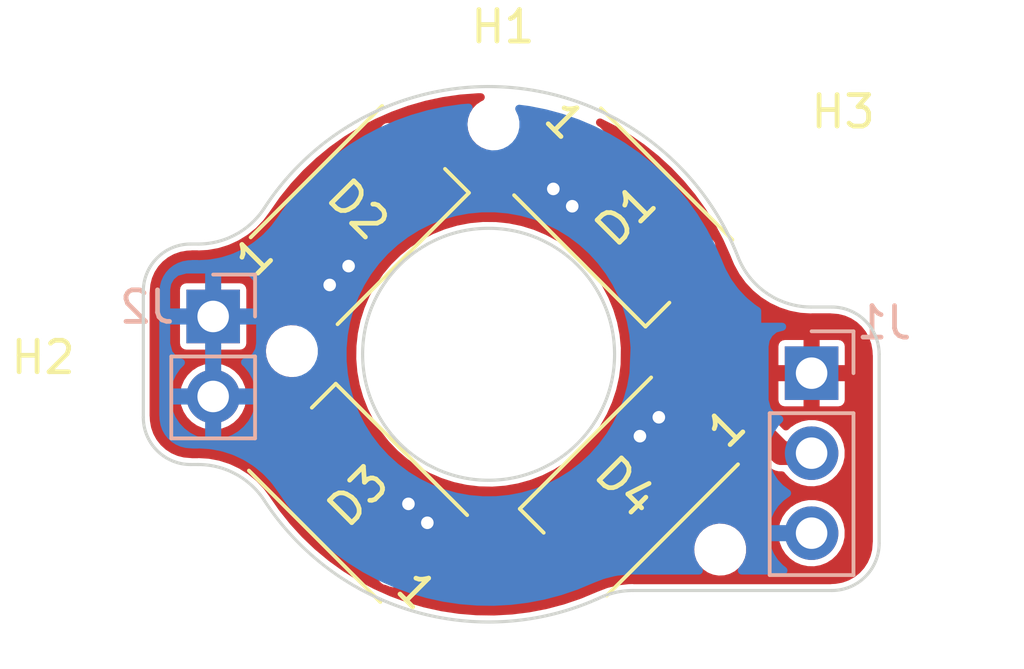
<source format=kicad_pcb>
(kicad_pcb (version 20200724) (host pcbnew "(5.99.0-2421-g2ea5528cd)")

  (general
    (thickness 1.6)
    (drawings 17)
    (tracks 32)
    (modules 9)
    (nets 8)
  )

  (paper "A4")
  (layers
    (0 "F.Cu" signal)
    (31 "B.Cu" signal)
    (32 "B.Adhes" user)
    (33 "F.Adhes" user)
    (34 "B.Paste" user)
    (35 "F.Paste" user)
    (36 "B.SilkS" user)
    (37 "F.SilkS" user)
    (38 "B.Mask" user)
    (39 "F.Mask" user)
    (40 "Dwgs.User" user)
    (41 "Cmts.User" user)
    (42 "Eco1.User" user)
    (43 "Eco2.User" user)
    (44 "Edge.Cuts" user)
    (45 "Margin" user)
    (46 "B.CrtYd" user)
    (47 "F.CrtYd" user)
    (48 "B.Fab" user)
    (49 "F.Fab" user)
  )

  (setup
    (stackup
      (layer "F.SilkS" (type "Top Silk Screen"))
      (layer "F.Paste" (type "Top Solder Paste"))
      (layer "F.Mask" (type "Top Solder Mask") (color "Green") (thickness 0.01))
      (layer "F.Cu" (type "copper") (thickness 0.035))
      (layer "dielectric 1" (type "core") (thickness 1.51) (material "FR4") (epsilon_r 4.5) (loss_tangent 0.02))
      (layer "B.Cu" (type "copper") (thickness 0.035))
      (layer "B.Mask" (type "Bottom Solder Mask") (color "Green") (thickness 0.01))
      (layer "B.Paste" (type "Bottom Solder Paste"))
      (layer "B.SilkS" (type "Bottom Silk Screen"))
      (copper_finish "None")
      (dielectric_constraints no)
    )
    (grid_origin 3.145075 -9.999999)
    (pcbplotparams
      (layerselection 0x010fc_ffffffff)
      (usegerberextensions false)
      (usegerberattributes true)
      (usegerberadvancedattributes true)
      (creategerberjobfile true)
      (svguseinch false)
      (svgprecision 6)
      (excludeedgelayer true)
      (linewidth 0.100000)
      (plotframeref false)
      (viasonmask false)
      (mode 1)
      (useauxorigin false)
      (hpglpennumber 1)
      (hpglpenspeed 20)
      (hpglpendiameter 15.000000)
      (psnegative false)
      (psa4output false)
      (plotreference true)
      (plotvalue true)
      (plotinvisibletext false)
      (sketchpadsonfab false)
      (subtractmaskfromsilk false)
      (outputformat 1)
      (mirror false)
      (drillshape 0)
      (scaleselection 1)
      (outputdirectory "Gerbers-8-10/")
    )
  )

  (net 0 "")
  (net 1 "Net-(D1-Pad1)")
  (net 2 "GND")
  (net 3 "+5V")
  (net 4 "Net-(D1-Pad3)")
  (net 5 "Net-(D2-Pad1)")
  (net 6 "Net-(D3-Pad1)")
  (net 7 "Net-(D4-Pad1)")

  (module "LED_SMD:LED_SK6812MINI_PLCC4_3.5x3.5mm_P1.75mm" (layer "F.Cu") (tedit 5AA4B22F) (tstamp 04fb9e3e-051c-4274-8256-c20c7fd6138a)
    (at -1 -5.6 135)
    (descr "https://cdn-shop.adafruit.com/product-files/2686/SK6812MINI_REV.01-1-2.pdf")
    (tags "LED RGB NeoPixel Mini")
    (path "/c3210d14-437b-4493-98dc-47bf02feeb60")
    (attr smd)
    (fp_text reference "D3" (at -0.070711 -0.070711 225) (layer "F.SilkS")
      (effects (font (size 1 1) (thickness 0.15)))
      (tstamp 4fa36091-5136-4001-bdbb-70f0b48606ca)
    )
    (fp_text value "SK6812MINI" (at 0 3.25 135) (layer "F.Fab")
      (effects (font (size 1 1) (thickness 0.15)))
      (tstamp 7434e70b-b68e-4400-b042-58644f6f9b97)
    )
    (fp_text user "1" (at -3.5 -0.875 135) (layer "F.SilkS")
      (effects (font (size 1 1) (thickness 0.15)))
      (tstamp f73a9532-b2d6-45d4-b91a-cb2a171d14ba)
    )
    (fp_text user "${REFERENCE}" (at 0 0 135) (layer "F.Fab")
      (effects (font (size 0.5 0.5) (thickness 0.1)))
      (tstamp c81d3ff9-78e7-4c6b-a866-2ed0364db6c3)
    )
    (fp_line (start -2.95 1.95) (end 2.95 1.95) (layer "F.SilkS") (width 0.12) (tstamp 188a1b9a-38b1-431f-b784-e2c11ae1494d))
    (fp_line (start 2.95 1.95) (end 2.95 0.875) (layer "F.SilkS") (width 0.12) (tstamp 5381cf1c-9c9f-4fec-948b-7653ccc8de86))
    (fp_line (start -2.95 -1.95) (end 2.95 -1.95) (layer "F.SilkS") (width 0.12) (tstamp fc97723f-e0e9-4695-be93-aa7c79256608))
    (fp_line (start 2.8 -2) (end -2.8 -2) (layer "F.CrtYd") (width 0.05) (tstamp 0902f4e1-a498-4b9f-b5f3-c9ae02a2d9ae))
    (fp_line (start -2.8 -2) (end -2.8 2) (layer "F.CrtYd") (width 0.05) (tstamp 19b164b3-ae89-467e-9f75-9eb65c664809))
    (fp_line (start 2.8 2) (end 2.8 -2) (layer "F.CrtYd") (width 0.05) (tstamp 71b623cc-a066-43c1-a1a5-dc0bdd152f7e))
    (fp_line (start -2.8 2) (end 2.8 2) (layer "F.CrtYd") (width 0.05) (tstamp 8bea9b37-d49e-4e50-a02a-61f623d00930))
    (fp_line (start 1.75 0.75) (end 0.75 1.75) (layer "F.Fab") (width 0.1) (tstamp 0a0806cd-4a83-4f46-8a82-f3cb24512d0c))
    (fp_line (start 1.75 1.75) (end 1.75 -1.75) (layer "F.Fab") (width 0.1) (tstamp 16bb7eaa-6164-490b-8dd1-9448f284d039))
    (fp_line (start -1.75 -1.75) (end -1.75 1.75) (layer "F.Fab") (width 0.1) (tstamp 46f959a3-a74c-41a3-a8d9-2d42a7148123))
    (fp_line (start 1.75 -1.75) (end -1.75 -1.75) (layer "F.Fab") (width 0.1) (tstamp 5d2af542-c4ea-4e99-aee8-3c17d17b4564))
    (fp_line (start -1.75 1.75) (end 1.75 1.75) (layer "F.Fab") (width 0.1) (tstamp dd2472d5-9faf-44de-b8af-253da07540e8))
    (fp_circle (center 0 0) (end 0 -1.5) (layer "F.Fab") (width 0.1) (tstamp 3d5f4776-01fd-4b8f-9154-2436c58ce54a))
    (pad "1" smd rect (at -1.75 -0.875 135) (size 1.6 0.85) (layers "F.Cu" "F.Paste" "F.Mask")
      (net 6 "Net-(D3-Pad1)") (pinfunction "DOUT") (tstamp a2886e7b-d2f1-4861-8124-a4afe7a2795f))
    (pad "2" smd rect (at -1.75 0.875 135) (size 1.6 0.85) (layers "F.Cu" "F.Paste" "F.Mask")
      (net 2 "GND") (pinfunction "VSS") (tstamp 838ed5af-2142-432c-b3fe-ec8e833b31c9))
    (pad "3" smd rect (at 1.75 0.875 135) (size 1.6 0.85) (layers "F.Cu" "F.Paste" "F.Mask")
      (net 5 "Net-(D2-Pad1)") (pinfunction "DIN") (tstamp 5e53fa7b-c3c6-4bdf-9f8c-dd6cfe6df148))
    (pad "4" smd rect (at 1.75 -0.875 135) (size 1.6 0.85) (layers "F.Cu" "F.Paste" "F.Mask")
      (net 3 "+5V") (pinfunction "VDD") (tstamp 2f496231-01ce-4da0-b327-a3c5c1ebd4ea))
    (model "${KISYS3DMOD}/LED_SMD.3dshapes/LED_SK6812MINI_PLCC4_3.5x3.5mm_P1.75mm.wrl"
      (at (xyz 0 0 0))
      (scale (xyz 1 1 1))
      (rotate (xyz 0 0 0))
    )
  )

  (module "AcheronMountingHoles:ToolingHole_1.152mm_(for_JLCPCB_SMT)" (layer "F.Cu") (tedit 5F1F479B) (tstamp 2939ec09-6062-4c24-8c3c-3ebb3b774a48)
    (at 10.5 -3.8)
    (path "/e8861a3b-a3a0-42b6-b9b3-785c42dfd4c9")
    (fp_text reference "H3" (at 3.9 -13.9 unlocked) (layer "F.SilkS")
      (effects (font (size 1 1) (thickness 0.15)))
      (tstamp 9506b666-1251-4942-82f3-91efdec3fc65)
    )
    (fp_text value "MountingHole" (at 0 2 unlocked) (layer "F.Fab")
      (effects (font (size 1 1) (thickness 0.15)))
      (tstamp 61aafea0-e521-4e52-bc2e-30851405ec40)
    )
    (pad "" np_thru_hole circle (at 0 0) (size 1.152 1.152) (drill 1.152) (layers *.Cu *.Mask)
      (solder_mask_margin 0.148) (clearance 0.248) (tstamp 59900c48-0d5a-4430-95ee-978e8bb742c4))
  )

  (module "AcheronMountingHoles:ToolingHole_1.152mm_(for_JLCPCB_SMT)" (layer "F.Cu") (tedit 5F1F479B) (tstamp 6d50d0ee-0ea4-430e-a366-e37205724d76)
    (at 3.3 -17.3)
    (path "/2eaf7335-961e-4c9a-9008-98f71459457c")
    (fp_text reference "H1" (at 0.3 -3.1 unlocked) (layer "F.SilkS")
      (effects (font (size 1 1) (thickness 0.15)))
      (tstamp af9189ef-35c7-4ff5-9d61-39aa3356cd76)
    )
    (fp_text value "MountingHole" (at 0 2 unlocked) (layer "F.Fab")
      (effects (font (size 1 1) (thickness 0.15)))
      (tstamp 1df74a1e-b6bd-4704-9ab8-4c057bdfd9cd)
    )
    (pad "" np_thru_hole circle (at 0 0) (size 1.152 1.152) (drill 1.152) (layers *.Cu *.Mask)
      (solder_mask_margin 0.148) (clearance 0.248) (tstamp 59900c48-0d5a-4430-95ee-978e8bb742c4))
  )

  (module "LED_SMD:LED_SK6812MINI_PLCC4_3.5x3.5mm_P1.75mm" (layer "F.Cu") (tedit 5AA4B22F) (tstamp 6f354a8d-6af1-4f13-8a2c-206833d8c29f)
    (at 7.6 -5.8 -135)
    (descr "https://cdn-shop.adafruit.com/product-files/2686/SK6812MINI_REV.01-1-2.pdf")
    (tags "LED RGB NeoPixel Mini")
    (path "/1b2f31aa-aacb-43c1-b250-1dfd10817f48")
    (attr smd)
    (fp_text reference "D4" (at 0.070711 0.070711 -45) (layer "F.SilkS")
      (effects (font (size 1 1) (thickness 0.15)))
      (tstamp 66170d08-e555-44d3-9048-a8671c65f7be)
    )
    (fp_text value "SK6812MINI" (at 0 3.25 45) (layer "F.Fab")
      (effects (font (size 1 1) (thickness 0.15)))
      (tstamp cdce2c70-e794-407c-8db1-ab456532250b)
    )
    (fp_text user "1" (at -3.5 -0.875 45) (layer "F.SilkS")
      (effects (font (size 1 1) (thickness 0.15)))
      (tstamp aacfd29c-f530-4af2-b318-92ccb2fcaa12)
    )
    (fp_text user "${REFERENCE}" (at 0 0 45) (layer "F.Fab")
      (effects (font (size 0.5 0.5) (thickness 0.1)))
      (tstamp e56a40f1-9099-4f2f-8b1d-1f6284606d82)
    )
    (fp_line (start 2.95 1.95) (end 2.95 0.875) (layer "F.SilkS") (width 0.12) (tstamp 8f570c2f-9d00-4603-9fd4-129eee322ff3))
    (fp_line (start -2.95 1.95) (end 2.95 1.95) (layer "F.SilkS") (width 0.12) (tstamp 944d25c7-f191-4814-99e3-a7f7faccd574))
    (fp_line (start -2.95 -1.95) (end 2.95 -1.95) (layer "F.SilkS") (width 0.12) (tstamp b4f44af8-15d5-43e8-8caa-c8a8d50c7e96))
    (fp_line (start -2.8 -2) (end -2.8 2) (layer "F.CrtYd") (width 0.05) (tstamp 2f2275b1-ad11-4336-b90a-ee6428ff15b6))
    (fp_line (start -2.8 2) (end 2.8 2) (layer "F.CrtYd") (width 0.05) (tstamp 4320c231-11d9-422f-b46c-53e717bec209))
    (fp_line (start 2.8 -2) (end -2.8 -2) (layer "F.CrtYd") (width 0.05) (tstamp 8536655d-7a6d-47c7-8075-d6ee7f0bcd73))
    (fp_line (start 2.8 2) (end 2.8 -2) (layer "F.CrtYd") (width 0.05) (tstamp edf6a925-ffb1-436c-9f8e-df4853745c94))
    (fp_line (start -1.75 1.75) (end 1.75 1.75) (layer "F.Fab") (width 0.1) (tstamp 1730be00-d58e-4bae-b650-a4b21b47ecdc))
    (fp_line (start 1.75 1.75) (end 1.75 -1.75) (layer "F.Fab") (width 0.1) (tstamp 867a2862-bd97-4ae3-943f-35886f2d0650))
    (fp_line (start 1.75 0.75) (end 0.75 1.75) (layer "F.Fab") (width 0.1) (tstamp a3081d96-445c-4d59-a362-b411a2f75f47))
    (fp_line (start 1.75 -1.75) (end -1.75 -1.75) (layer "F.Fab") (width 0.1) (tstamp b96d094e-b13c-455b-821f-81fc548f4554))
    (fp_line (start -1.75 -1.75) (end -1.75 1.75) (layer "F.Fab") (width 0.1) (tstamp e862cd02-45b5-48d7-a9d4-8954be1563da))
    (fp_circle (center 0 0) (end 0 -1.5) (layer "F.Fab") (width 0.1) (tstamp f5c42482-6f72-49d9-86ba-bf519c03d3f7))
    (pad "1" smd rect (at -1.75 -0.875 225) (size 1.6 0.85) (layers "F.Cu" "F.Paste" "F.Mask")
      (net 7 "Net-(D4-Pad1)") (pinfunction "DOUT") (tstamp a2886e7b-d2f1-4861-8124-a4afe7a2795f))
    (pad "2" smd rect (at -1.75 0.875 225) (size 1.6 0.85) (layers "F.Cu" "F.Paste" "F.Mask")
      (net 2 "GND") (pinfunction "VSS") (tstamp 838ed5af-2142-432c-b3fe-ec8e833b31c9))
    (pad "3" smd rect (at 1.75 0.875 225) (size 1.6 0.85) (layers "F.Cu" "F.Paste" "F.Mask")
      (net 6 "Net-(D3-Pad1)") (pinfunction "DIN") (tstamp 5e53fa7b-c3c6-4bdf-9f8c-dd6cfe6df148))
    (pad "4" smd rect (at 1.75 -0.875 225) (size 1.6 0.85) (layers "F.Cu" "F.Paste" "F.Mask")
      (net 3 "+5V") (pinfunction "VDD") (tstamp 2f496231-01ce-4da0-b327-a3c5c1ebd4ea))
    (model "${KISYS3DMOD}/LED_SMD.3dshapes/LED_SK6812MINI_PLCC4_3.5x3.5mm_P1.75mm.wrl"
      (at (xyz 0 0 0))
      (scale (xyz 1 1 1))
      (rotate (xyz 0 0 0))
    )
  )

  (module "LED_SMD:LED_SK6812MINI_PLCC4_3.5x3.5mm_P1.75mm" (layer "F.Cu") (tedit 5AA4B22F) (tstamp bcba4c13-6617-4409-9bc3-eab961de5af1)
    (at 7.418718 -14.343845 -45)
    (descr "https://cdn-shop.adafruit.com/product-files/2686/SK6812MINI_REV.01-1-2.pdf")
    (tags "LED RGB NeoPixel Mini")
    (path "/9b2bc160-4de6-49fd-92b1-691005ee3f8f")
    (attr smd)
    (fp_text reference "D1" (at 0.017767 -0.097183 45) (layer "F.SilkS")
      (effects (font (size 1 1) (thickness 0.15)))
      (tstamp 21530094-e531-48ac-a531-62ee78ab219a)
    )
    (fp_text value "SK6812MINI" (at 0 3.25 135) (layer "F.Fab")
      (effects (font (size 1 1) (thickness 0.15)))
      (tstamp 5f2747c5-2b25-46a1-ba74-02a4e7d493d5)
    )
    (fp_text user "1" (at -3.5 -0.875 135) (layer "F.SilkS")
      (effects (font (size 1 1) (thickness 0.15)))
      (tstamp 906e8389-ddf6-4f07-a0e1-68d39cdc5f3d)
    )
    (fp_text user "${REFERENCE}" (at 0 0 135) (layer "F.Fab")
      (effects (font (size 0.5 0.5) (thickness 0.1)))
      (tstamp a20d6fe5-8a09-4824-a901-c70486cf4afc)
    )
    (fp_line (start -2.95 -1.95) (end 2.95 -1.95) (layer "F.SilkS") (width 0.12) (tstamp 17961573-38f7-457a-b314-c40ca5c8f7dd))
    (fp_line (start -2.95 1.95) (end 2.95 1.95) (layer "F.SilkS") (width 0.12) (tstamp 261c209f-7409-469f-86b9-52dd1609d7b8))
    (fp_line (start 2.95 1.95) (end 2.95 0.875) (layer "F.SilkS") (width 0.12) (tstamp e73cb3c2-8fea-4a3b-ba70-b66a38b3a5e8))
    (fp_line (start -2.8 2) (end 2.8 2) (layer "F.CrtYd") (width 0.05) (tstamp 721c77c2-ee05-4d9f-9c07-2963a96f3e2c))
    (fp_line (start 2.8 2) (end 2.8 -2) (layer "F.CrtYd") (width 0.05) (tstamp bfc9e50f-0556-4789-b6c6-4260c87bfd81))
    (fp_line (start 2.8 -2) (end -2.8 -2) (layer "F.CrtYd") (width 0.05) (tstamp c32b80c4-ef14-4ba0-86a9-4745d8d33188))
    (fp_line (start -2.8 -2) (end -2.8 2) (layer "F.CrtYd") (width 0.05) (tstamp ce4eac8b-8379-40f5-95b6-6cc5839e9bc5))
    (fp_line (start -1.75 1.75) (end 1.75 1.75) (layer "F.Fab") (width 0.1) (tstamp 071aa1b1-2ed9-4285-a36f-f726d6c5a5ae))
    (fp_line (start 1.75 -1.75) (end -1.75 -1.75) (layer "F.Fab") (width 0.1) (tstamp 2d55e40e-2080-4a88-84df-e7d2b8edecce))
    (fp_line (start -1.75 -1.75) (end -1.75 1.75) (layer "F.Fab") (width 0.1) (tstamp 2d80e392-3d3e-4943-9146-ecc3740e295a))
    (fp_line (start 1.75 0.75) (end 0.75 1.75) (layer "F.Fab") (width 0.1) (tstamp 5592e340-d963-4294-889d-b5605d4f31aa))
    (fp_line (start 1.75 1.75) (end 1.75 -1.75) (layer "F.Fab") (width 0.1) (tstamp 59d4dc96-6ec0-4f3b-a859-4d1a02f19e6f))
    (fp_circle (center 0 0) (end 0 -1.5) (layer "F.Fab") (width 0.1) (tstamp e5e86bf5-c51f-4b32-a1c0-9a46e406fabb))
    (pad "1" smd rect (at -1.75 -0.875 315) (size 1.6 0.85) (layers "F.Cu" "F.Paste" "F.Mask")
      (net 1 "Net-(D1-Pad1)") (pinfunction "DOUT") (tstamp a2886e7b-d2f1-4861-8124-a4afe7a2795f))
    (pad "2" smd rect (at -1.75 0.875 315) (size 1.6 0.85) (layers "F.Cu" "F.Paste" "F.Mask")
      (net 2 "GND") (pinfunction "VSS") (tstamp 838ed5af-2142-432c-b3fe-ec8e833b31c9))
    (pad "3" smd rect (at 1.75 0.875 315) (size 1.6 0.85) (layers "F.Cu" "F.Paste" "F.Mask")
      (net 4 "Net-(D1-Pad3)") (pinfunction "DIN") (tstamp 5e53fa7b-c3c6-4bdf-9f8c-dd6cfe6df148))
    (pad "4" smd rect (at 1.75 -0.875 315) (size 1.6 0.85) (layers "F.Cu" "F.Paste" "F.Mask")
      (net 3 "+5V") (pinfunction "VDD") (tstamp 2f496231-01ce-4da0-b327-a3c5c1ebd4ea))
    (model "${KISYS3DMOD}/LED_SMD.3dshapes/LED_SK6812MINI_PLCC4_3.5x3.5mm_P1.75mm.wrl"
      (at (xyz 0 0 0))
      (scale (xyz 1 1 1))
      (rotate (xyz 0 0 0))
    )
  )

  (module "LED_SMD:LED_SK6812MINI_PLCC4_3.5x3.5mm_P1.75mm" (layer "F.Cu") (tedit 5AA4B22F) (tstamp c99a7852-2241-462e-b018-d5a3d406bed2)
    (at -0.943845 -14.418718 45)
    (descr "https://cdn-shop.adafruit.com/product-files/2686/SK6812MINI_REV.01-1-2.pdf")
    (tags "LED RGB NeoPixel Mini")
    (path "/c1a4f818-1d4a-4f12-95f1-f618705d2dd9")
    (attr smd)
    (fp_text reference "D2" (at 0.088478 -0.167893 135) (layer "F.SilkS")
      (effects (font (size 1 1) (thickness 0.15)))
      (tstamp dfabfbdd-3bfc-4c1b-b309-3d0ab458af52)
    )
    (fp_text value "SK6812MINI" (at 0 3.25 45) (layer "F.Fab")
      (effects (font (size 1 1) (thickness 0.15)))
      (tstamp 8298e659-51be-4f8c-bb9b-16d7dab4c370)
    )
    (fp_text user "1" (at -3.305634 -1.440686 45) (layer "F.SilkS")
      (effects (font (size 1 1) (thickness 0.15)))
      (tstamp 6e130960-7698-48d0-9f79-2fd129a3e116)
    )
    (fp_text user "${REFERENCE}" (at 0 0 45) (layer "F.Fab")
      (effects (font (size 0.5 0.5) (thickness 0.1)))
      (tstamp ffd14fd5-00b3-4fb4-b09e-dcdd491bcf80)
    )
    (fp_line (start 2.95 1.95) (end 2.95 0.875) (layer "F.SilkS") (width 0.12) (tstamp 4c82ca44-9f25-4adc-8e61-2c8b5beafa96))
    (fp_line (start -2.95 1.95) (end 2.95 1.95) (layer "F.SilkS") (width 0.12) (tstamp 8e6e4b4e-3614-494c-b5ce-c2d2df953637))
    (fp_line (start -2.95 -1.95) (end 2.95 -1.95) (layer "F.SilkS") (width 0.12) (tstamp ca3e44ce-648e-4598-9905-50d06ea13741))
    (fp_line (start -2.8 -2) (end -2.8 2) (layer "F.CrtYd") (width 0.05) (tstamp 56a4cc3f-408b-4528-b1ee-6a825e8ec2ba))
    (fp_line (start 2.8 -2) (end -2.8 -2) (layer "F.CrtYd") (width 0.05) (tstamp 60b7ee82-237a-44b9-8d0a-aa4fce320384))
    (fp_line (start -2.8 2) (end 2.8 2) (layer "F.CrtYd") (width 0.05) (tstamp ade1cfeb-19b3-49a3-9d49-00c5049a6879))
    (fp_line (start 2.8 2) (end 2.8 -2) (layer "F.CrtYd") (width 0.05) (tstamp ec4e9b43-5c9b-43b8-9779-132c3944f288))
    (fp_line (start 1.75 -1.75) (end -1.75 -1.75) (layer "F.Fab") (width 0.1) (tstamp 1a9d24bb-574d-4c13-9c44-bbcb5e8c6983))
    (fp_line (start 1.75 0.75) (end 0.75 1.75) (layer "F.Fab") (width 0.1) (tstamp 26d07b2a-f870-48c4-8786-a5e52c28bf5a))
    (fp_line (start -1.75 -1.75) (end -1.75 1.75) (layer "F.Fab") (width 0.1) (tstamp 4e50bc35-4f0b-4435-aa60-2f001df6bd1b))
    (fp_line (start -1.75 1.75) (end 1.75 1.75) (layer "F.Fab") (width 0.1) (tstamp 77522bd0-7bf6-47cf-a809-6f3bf01c2479))
    (fp_line (start 1.75 1.75) (end 1.75 -1.75) (layer "F.Fab") (width 0.1) (tstamp c8fe160e-2313-4704-84c5-4d4bb5f8cd91))
    (fp_circle (center 0 0) (end 0 -1.5) (layer "F.Fab") (width 0.1) (tstamp 8c1f2cf4-8378-4faa-94ab-7d90a77235c0))
    (pad "1" smd rect (at -1.75 -0.875 45) (size 1.6 0.85) (layers "F.Cu" "F.Paste" "F.Mask")
      (net 5 "Net-(D2-Pad1)") (pinfunction "DOUT") (tstamp a2886e7b-d2f1-4861-8124-a4afe7a2795f))
    (pad "2" smd rect (at -1.75 0.875 45) (size 1.6 0.85) (layers "F.Cu" "F.Paste" "F.Mask")
      (net 2 "GND") (pinfunction "VSS") (tstamp 838ed5af-2142-432c-b3fe-ec8e833b31c9))
    (pad "3" smd rect (at 1.75 0.875 45) (size 1.6 0.85) (layers "F.Cu" "F.Paste" "F.Mask")
      (net 1 "Net-(D1-Pad1)") (pinfunction "DIN") (tstamp 5e53fa7b-c3c6-4bdf-9f8c-dd6cfe6df148))
    (pad "4" smd rect (at 1.75 -0.875 45) (size 1.6 0.85) (layers "F.Cu" "F.Paste" "F.Mask")
      (net 3 "+5V") (pinfunction "VDD") (tstamp 2f496231-01ce-4da0-b327-a3c5c1ebd4ea))
    (model "${KISYS3DMOD}/LED_SMD.3dshapes/LED_SK6812MINI_PLCC4_3.5x3.5mm_P1.75mm.wrl"
      (at (xyz 0 0 0))
      (scale (xyz 1 1 1))
      (rotate (xyz 0 0 0))
    )
  )

  (module "AcheronMountingHoles:ToolingHole_1.152mm_(for_JLCPCB_SMT)" (layer "F.Cu") (tedit 5F1F479B) (tstamp dc8fb6e7-91fc-4d98-a1b1-30945e7a5420)
    (at -3.1 -10.1)
    (path "/fe6ecf0c-0703-438a-9936-daa47836bc8b")
    (fp_text reference "H2" (at -7.9 0.2 unlocked) (layer "F.SilkS")
      (effects (font (size 1 1) (thickness 0.15)))
      (tstamp ba6d3148-6e97-4f8b-bb34-c6b7ec24e37b)
    )
    (fp_text value "MountingHole" (at 0 2 unlocked) (layer "F.Fab")
      (effects (font (size 1 1) (thickness 0.15)))
      (tstamp c6470ba9-7fb3-4c48-9992-7fa6acc99f87)
    )
    (pad "" np_thru_hole circle (at 0 0) (size 1.152 1.152) (drill 1.152) (layers *.Cu *.Mask)
      (solder_mask_margin 0.148) (clearance 0.248) (tstamp 59900c48-0d5a-4430-95ee-978e8bb742c4))
  )

  (module "Connector_PinHeader_2.54mm:PinHeader_1x02_P2.54mm_Vertical" (layer "B.Cu") (tedit 59FED5CC) (tstamp 5ab626df-277b-4f2e-8eff-58807fbdf28f)
    (at -5.6 -11.2 180)
    (descr "Through hole straight pin header, 1x02, 2.54mm pitch, single row")
    (tags "Through hole pin header THT 1x02 2.54mm single row")
    (path "/b5e5355d-53ac-4007-bcc0-cea0e6f2dc98")
    (fp_text reference "J2" (at 2.1 0.3) (layer "B.SilkS")
      (effects (font (size 1 1) (thickness 0.15)) (justify mirror))
      (tstamp 49e9c08f-0f1c-494d-b3cb-fe5b19174949)
    )
    (fp_text value "Conn_01x02_Male" (at 0 -4.87) (layer "B.Fab")
      (effects (font (size 1 1) (thickness 0.15)) (justify mirror))
      (tstamp f49d5be3-8725-44eb-8e78-fbd7cff2acfe)
    )
    (fp_text user "${REFERENCE}" (at 0 -1.27 270) (layer "B.Fab")
      (effects (font (size 1 1) (thickness 0.15)) (justify mirror))
      (tstamp d2fc3beb-9e05-46d1-9728-e9f6777c6e48)
    )
    (fp_line (start -1.33 1.33) (end 0 1.33) (layer "B.SilkS") (width 0.12) (tstamp 105afc29-5a9f-438f-a41c-62e474d136e9))
    (fp_line (start -1.33 -1.27) (end -1.33 -3.87) (layer "B.SilkS") (width 0.12) (tstamp 3e15a3dc-38eb-4ff3-af70-3356f525fdd4))
    (fp_line (start -1.33 -3.87) (end 1.33 -3.87) (layer "B.SilkS") (width 0.12) (tstamp 432bc210-013e-4558-9769-ee9f3148b267))
    (fp_line (start -1.33 0) (end -1.33 1.33) (layer "B.SilkS") (width 0.12) (tstamp 8c37aca1-e9cd-4dac-8f23-6141716dfeb3))
    (fp_line (start -1.33 -1.27) (end 1.33 -1.27) (layer "B.SilkS") (width 0.12) (tstamp 92870b03-4eca-4aee-a904-120858dc1811))
    (fp_line (start 1.33 -1.27) (end 1.33 -3.87) (layer "B.SilkS") (width 0.12) (tstamp c35f3c76-fdb2-424c-8585-a0f2591b13b2))
    (fp_line (start 1.8 1.8) (end -1.8 1.8) (layer "B.CrtYd") (width 0.05) (tstamp 26f28e7f-b420-488d-bd97-367055da2c56))
    (fp_line (start -1.8 1.8) (end -1.8 -4.35) (layer "B.CrtYd") (width 0.05) (tstamp 6bf1a628-c765-4045-a1c3-92cdfa64aa6c))
    (fp_line (start -1.8 -4.35) (end 1.8 -4.35) (layer "B.CrtYd") (width 0.05) (tstamp 87432918-4e49-4b2f-9be0-d38c9515cba8))
    (fp_line (start 1.8 -4.35) (end 1.8 1.8) (layer "B.CrtYd") (width 0.05) (tstamp ec80898a-3ae7-4a6d-aefe-e58ae07bc1a0))
    (fp_line (start 1.27 -3.81) (end -1.27 -3.81) (layer "B.Fab") (width 0.1) (tstamp 505a75e7-74a8-4855-b801-250673017135))
    (fp_line (start -1.27 0.635) (end -0.635 1.27) (layer "B.Fab") (width 0.1) (tstamp 522d977c-4421-4727-9e21-938cc191dbea))
    (fp_line (start 1.27 1.27) (end 1.27 -3.81) (layer "B.Fab") (width 0.1) (tstamp 55f8ca87-b1c5-43af-8f00-36cd58fd72c4))
    (fp_line (start -0.635 1.27) (end 1.27 1.27) (layer "B.Fab") (width 0.1) (tstamp aa88bb59-613f-4e2c-b802-f330a0e19ac0))
    (fp_line (start -1.27 -3.81) (end -1.27 0.635) (layer "B.Fab") (width 0.1) (tstamp fadcfe9e-b622-4756-8167-c64a221c1df3))
    (pad "1" thru_hole rect (at 0 0 180) (size 1.7 1.7) (drill 1) (layers *.Cu *.Mask)
      (net 2 "GND") (pinfunction "Pin_1") (tstamp 553c9fe2-ebeb-4d61-add2-1c96749c502d))
    (pad "2" thru_hole oval (at 0 -2.54 180) (size 1.7 1.7) (drill 1) (layers *.Cu *.Mask)
      (net 2 "GND") (pinfunction "Pin_2") (tstamp 9b9c5015-7b61-490f-bce3-2155ec44902a))
    (model "${KISYS3DMOD}/Connector_PinHeader_2.54mm.3dshapes/PinHeader_1x02_P2.54mm_Vertical.wrl"
      (at (xyz 0 0 0))
      (scale (xyz 1 1 1))
      (rotate (xyz 0 0 0))
    )
  )

  (module "Connector_PinHeader_2.54mm:PinHeader_1x03_P2.54mm_Vertical" (layer "B.Cu") (tedit 59FED5CC) (tstamp f6be3111-c026-4faa-b9ed-1e5915c4718a)
    (at 13.4 -9.4 180)
    (descr "Through hole straight pin header, 1x03, 2.54mm pitch, single row")
    (tags "Through hole pin header THT 1x03 2.54mm single row")
    (path "/ac90253c-149b-4d1b-821b-2ab4ccc2e9e9")
    (fp_text reference "J1" (at -2.3 1.6) (layer "B.SilkS")
      (effects (font (size 1 1) (thickness 0.15)) (justify mirror))
      (tstamp a9076a54-858b-4b8c-b0d8-4cfa14bc4b22)
    )
    (fp_text value "Conn_01x03_Male" (at 0 -7.41) (layer "B.Fab")
      (effects (font (size 1 1) (thickness 0.15)) (justify mirror))
      (tstamp c65389a8-5c19-460b-83cd-f30ce4a66cb2)
    )
    (fp_text user "${REFERENCE}" (at 0 -2.54 270) (layer "B.Fab")
      (effects (font (size 1 1) (thickness 0.15)) (justify mirror))
      (tstamp 8daec02c-3f9d-4d4d-b365-b9186c0913cb)
    )
    (fp_line (start -1.33 1.33) (end 0 1.33) (layer "B.SilkS") (width 0.12) (tstamp 1075b642-9ce3-4950-b77f-92aeabeb349a))
    (fp_line (start -1.33 -1.27) (end -1.33 -6.41) (layer "B.SilkS") (width 0.12) (tstamp 63eadf46-5222-4947-b879-9721401b1f9d))
    (fp_line (start -1.33 0) (end -1.33 1.33) (layer "B.SilkS") (width 0.12) (tstamp 76807515-9330-441a-8b04-7ed75dfd1978))
    (fp_line (start -1.33 -1.27) (end 1.33 -1.27) (layer "B.SilkS") (width 0.12) (tstamp 8e60f7cb-598e-48e9-b7f8-009ec65c150b))
    (fp_line (start -1.33 -6.41) (end 1.33 -6.41) (layer "B.SilkS") (width 0.12) (tstamp dc744b6a-c985-4957-8f0a-ab77abe1782c))
    (fp_line (start 1.33 -1.27) (end 1.33 -6.41) (layer "B.SilkS") (width 0.12) (tstamp eaa40251-3997-4b7f-9e35-3f8c9b771d9e))
    (fp_line (start -1.8 1.8) (end -1.8 -6.85) (layer "B.CrtYd") (width 0.05) (tstamp 066d197e-10b6-4f4f-8e86-c47c7758ca22))
    (fp_line (start -1.8 -6.85) (end 1.8 -6.85) (layer "B.CrtYd") (width 0.05) (tstamp 12b160c9-ff28-4289-ada1-265db893b3b8))
    (fp_line (start 1.8 -6.85) (end 1.8 1.8) (layer "B.CrtYd") (width 0.05) (tstamp 275cc7fc-b36a-4539-b846-e6dcf05da280))
    (fp_line (start 1.8 1.8) (end -1.8 1.8) (layer "B.CrtYd") (width 0.05) (tstamp 7f2b5af1-056f-435d-b697-5752d4bba165))
    (fp_line (start -0.635 1.27) (end 1.27 1.27) (layer "B.Fab") (width 0.1) (tstamp 34c7c871-b831-4135-a9d9-15d127677c61))
    (fp_line (start 1.27 1.27) (end 1.27 -6.35) (layer "B.Fab") (width 0.1) (tstamp 4d124298-ba62-4893-b808-652197edc09a))
    (fp_line (start -1.27 -6.35) (end -1.27 0.635) (layer "B.Fab") (width 0.1) (tstamp 6e17eb4c-f2c7-4717-bf66-9b46700adf00))
    (fp_line (start -1.27 0.635) (end -0.635 1.27) (layer "B.Fab") (width 0.1) (tstamp d40f2148-d884-4288-9341-801d28039891))
    (fp_line (start 1.27 -6.35) (end -1.27 -6.35) (layer "B.Fab") (width 0.1) (tstamp ddd43a31-1dd2-462a-8bf5-671a10db8457))
    (pad "1" thru_hole rect (at 0 0 180) (size 1.7 1.7) (drill 1) (layers *.Cu *.Mask)
      (net 3 "+5V") (pinfunction "Pin_1") (tstamp 2dcb8512-f37a-424f-9506-2f8d22e6452e))
    (pad "2" thru_hole oval (at 0 -2.54 180) (size 1.7 1.7) (drill 1) (layers *.Cu *.Mask)
      (net 4 "Net-(D1-Pad3)") (pinfunction "Pin_2") (tstamp c661dbb4-b124-4096-bc0c-cf1d25704035))
    (pad "3" thru_hole oval (at 0 -5.08 180) (size 1.7 1.7) (drill 1) (layers *.Cu *.Mask)
      (net 2 "GND") (pinfunction "Pin_3") (tstamp 8590d330-33df-4e76-8571-a2d1b8706578))
    (model "${KISYS3DMOD}/Connector_PinHeader_2.54mm.3dshapes/PinHeader_1x03_P2.54mm_Vertical.wrl"
      (at (xyz 0 0 0))
      (scale (xyz 1 1 1))
      (rotate (xyz 0 0 0))
    )
  )

  (gr_arc (start -6.317425 -7.999999) (end -6.317425 -6.499999) (angle 90) (layer "Edge.Cuts") (width 0.1) (tstamp 0e4ee757-2a04-4cd5-bd2c-cf767b592527))
  (gr_arc (start 7.72765 0) (end 6.686156 -2.272727) (angle 24.61997733) (layer "Edge.Cuts") (width 0.1) (tstamp 36c1e0c0-56d2-442b-8a6a-cd8697c05614))
  (gr_line (start 14.045075 -11.499999) (end 13.392025 -11.499999) (layer "Edge.Cuts") (width 0.1) (tstamp 604f179a-f539-429f-98b9-59561a6e6bef))
  (gr_arc (start -6.317425 -11.999999) (end -7.817425 -11.999999) (angle 90) (layer "Edge.Cuts") (width 0.1) (tstamp 67da6164-1dd9-466c-9ccb-34a6e4fa83c5))
  (gr_line (start -7.817425 -11.999999) (end -7.817425 -7.999999) (layer "Edge.Cuts") (width 0.1) (tstamp 7c3caee9-762a-439b-a19d-e34f30b75237))
  (gr_arc (start 14.045075 -3.999999) (end 15.545075 -3.999999) (angle 90) (layer "Edge.Cuts") (width 0.1) (tstamp 7fb61206-aeb0-4afc-8af5-339c825d3ed0))
  (gr_arc (start -6.07447 -15.999999) (end -3.979119 -14.636363) (angle 56.94426885) (layer "Edge.Cuts") (width 0.1) (tstamp 82609f0a-c6e2-4bd2-b92e-493fda908ef2))
  (gr_line (start -6.07447 -13.499999) (end -6.317425 -13.499999) (layer "Edge.Cuts") (width 0.1) (tstamp 897ef91c-de32-46d8-96c1-bed356987974))
  (gr_arc (start 14.045075 -9.999999) (end 14.045075 -11.499999) (angle 90) (layer "Edge.Cuts") (width 0.1) (tstamp 8e3663ce-bfbc-46f7-8f30-664f62b2d477))
  (gr_arc (start 3.145075 -9.999999) (end -3.979119 -14.636363) (angle 125.6205826) (layer "Edge.Cuts") (width 0.1) (tstamp 94294bd2-d00e-446f-8662-bddd33c44f10))
  (gr_arc (start 3.145075 -9.999999) (end 6.686156 -2.272727) (angle 81.56424618) (layer "Edge.Cuts") (width 0.1) (tstamp a34a37be-2a5b-4442-aba2-92465d32ef5a))
  (gr_arc (start 13.392025 -13.999999) (end 13.392025 -11.499999) (angle 68.67631374) (layer "Edge.Cuts") (width 0.1) (tstamp a35ab503-2e7e-44c9-8d06-1b1b68db8f97))
  (gr_circle (center 3.145075 -9.999999) (end -0.854925 -9.999999) (layer "Edge.Cuts") (width 0.1) (tstamp ce11793e-c238-40b5-a2e0-2cd86e262fc5))
  (gr_line (start -6.317425 -6.499999) (end -6.07447 -6.499999) (layer "Edge.Cuts") (width 0.1) (tstamp d7e5705c-e8a4-441a-80f9-d08172127c01))
  (gr_line (start 7.72765 -2.499999) (end 14.045075 -2.499999) (layer "Edge.Cuts") (width 0.1) (tstamp ece47e53-7698-49ac-bb5e-4b2ae4168d6c))
  (gr_arc (start -6.07447 -3.999999) (end -6.07447 -6.499999) (angle 56.94426885) (layer "Edge.Cuts") (width 0.1) (tstamp f4101e00-6295-4704-90fc-d5d10aeedd56))
  (gr_line (start 15.545075 -3.999999) (end 15.545075 -9.999999) (layer "Edge.Cuts") (width 0.1) (tstamp f6886382-0ccd-401c-ad08-058230d88c67))

  (segment (start 1.674874 -15.8) (end 3.9 -15.8) (width 0.5) (layer "F.Cu") (net 1) (tstamp 36ad6da1-4866-4ca7-b07f-5522d5b469d4))
  (segment (start 0.91231 -15.037436) (end 1.674874 -15.8) (width 0.5) (layer "F.Cu") (net 1) (tstamp 3b0e699f-cf8a-45b6-88ee-64d2b6c7021e))
  (segment (start 6 -17) (end 6.8 -16.2) (width 0.5) (layer "F.Cu") (net 1) (tstamp 4c5aaa5c-b3f9-448f-a56c-8aac9e551cbb))
  (segment (start 5.1 -17) (end 6 -17) (width 0.5) (layer "F.Cu") (net 1) (tstamp 577cedce-4c79-4f29-b13d-c43ecbe06613))
  (segment (start 3.9 -15.8) (end 5.1 -17) (width 0.5) (layer "F.Cu") (net 1) (tstamp bffcfc75-1ece-4748-9dee-acb6edc8e349))
  (via (at -1.3 -12.8) (size 0.8) (drill 0.4) (layers "F.Cu" "B.Cu") (net 2) (tstamp 246c1aad-1157-42a0-9e7c-ecf764a49fbf))
  (via (at 0.6 -5.25) (size 0.8) (drill 0.4) (layers "F.Cu" "B.Cu") (net 2) (tstamp 6244632b-a9a1-48ac-871e-e07e1f39af68))
  (via (at 1.2 -4.65) (size 0.8) (drill 0.4) (layers "F.Cu" "B.Cu") (net 2) (tstamp 9c686be2-1c78-4194-a673-944938cde1c9))
  (via (at 8.55 -8) (size 0.8) (drill 0.4) (layers "F.Cu" "B.Cu") (net 2) (tstamp b1a38693-b9b4-4e4a-a1c3-866f6637cdf6))
  (via (at 5.2 -15.25) (size 0.8) (drill 0.4) (layers "F.Cu" "B.Cu") (net 2) (tstamp c1fc1d27-bb67-47c0-bc4e-88a964eed431))
  (via (at 7.95 -7.4) (size 0.8) (drill 0.4) (layers "F.Cu" "B.Cu") (net 2) (tstamp d51c3572-2a98-4b78-b3c3-c6ff8d6561a4))
  (via (at -1.9 -12.2) (size 0.8) (drill 0.4) (layers "F.Cu" "B.Cu") (net 2) (tstamp f5a7b2e2-5b6c-4663-92b6-c3c8f34fac1b))
  (via (at 5.8 -14.7) (size 0.8) (drill 0.4) (layers "F.Cu" "B.Cu") (net 2) (tstamp fd82f4e3-eb1a-4731-8272-7950f62fdbbf))
  (segment (start 10.5 -10.025126) (end 8.037436 -12.48769) (width 0.75) (layer "F.Cu") (net 4) (tstamp 4777c033-6e35-4f33-ab4f-6fca0f52fc0c))
  (segment (start 12.44 -6.86) (end 10.5 -8.8) (width 0.75) (layer "F.Cu") (net 4) (tstamp 6f8c2d2d-fecf-419d-a2f1-e98db9dd40aa))
  (segment (start 10.5 -8.8) (end 10.5 -10.025126) (width 0.75) (layer "F.Cu") (net 4) (tstamp d2f2ec20-4b19-4704-bea8-1b1d9b532b68))
  (segment (start 13.4 -6.86) (end 12.44 -6.86) (width 0.75) (layer "F.Cu") (net 4) (tstamp dda2e2f5-275d-4a33-931a-f45e1374fc4b))
  (segment (start -3.1 -12.1) (end -1.9 -10.9) (width 0.5) (layer "F.Cu") (net 5) (tstamp 1a0d5a97-4c7d-455c-ac8e-d65b466512fa))
  (segment (start -3.1 -13.5) (end -3.1 -12.1) (width 0.5) (layer "F.Cu") (net 5) (tstamp 2869b1b3-882f-45cb-bb71-0c72a1cf2a8a))
  (segment (start -2.8 -13.8) (end -3.05 -13.55) (width 0.75) (layer "F.Cu") (net 5) (tstamp 2e33e974-8b90-4df9-8db1-8e253121ef4a))
  (segment (start -2.4 -8.237437) (end -1.618718 -7.456155) (width 0.5) (layer "F.Cu") (net 5) (tstamp 406376df-c8a9-419d-8183-a0f155fa392b))
  (segment (start -1.9 -10.9) (end -1.9 -9.6) (width 0.5) (layer "F.Cu") (net 5) (tstamp 6dbfb30f-b94e-40ee-b774-68ca56430a76))
  (segment (start -1.9 -9.6) (end -2.4 -9.1) (width 0.5) (layer "F.Cu") (net 5) (tstamp 80e868d9-4919-4d0d-9cab-555a137d9a17))
  (segment (start -2.8 -13.8) (end -3.1 -13.5) (width 0.5) (layer "F.Cu") (net 5) (tstamp bd8e8772-2b48-4c71-9f1b-55815f93e668))
  (segment (start -2.4 -9.1) (end -2.4 -8.237437) (width 0.5) (layer "F.Cu") (net 5) (tstamp dd2ac311-3105-4b65-9013-859db9ba46df))
  (segment (start 4.762563 -4.2) (end 5.743845 -5.181282) (width 0.75) (layer "F.Cu") (net 6) (tstamp 1e4ebad0-39da-4079-a04f-7c434cb5f085))
  (segment (start 1.47816 -3.17816) (end 2.5 -4.2) (width 0.75) (layer "F.Cu") (net 6) (tstamp 20b86697-69e8-4012-a383-be26c2159eaa))
  (segment (start 2.5 -4.2) (end 4.762563 -4.2) (width 0.75) (layer "F.Cu") (net 6) (tstamp 541cda21-40fc-4f3e-9635-684356d09527))
  (segment (start 0.184403 -3.17816) (end 1.47816 -3.17816) (width 0.75) (layer "F.Cu") (net 6) (tstamp 7769387c-45cf-4078-929e-0a364c45cc6e))
  (segment (start 5.462563 -4.9) (end 5.743845 -5.181282) (width 0.75) (layer "F.Cu") (net 6) (tstamp 80eb3fd2-2f46-4451-95b0-a3fe8d7166f4))
  (segment (start -0.381282 -3.743845) (end 0.184403 -3.17816) (width 0.75) (layer "F.Cu") (net 6) (tstamp a165e5c1-9f4f-4470-8e84-89c08848ce8d))
  (segment (start -0.381282 -3.743845) (end -0.137437 -3.5) (width 0.75) (layer "F.Cu") (net 6) (tstamp dac7edb7-1a93-417c-8efc-9390b5075fa1))

  (zone (net 3) (net_name "+5V") (layer "F.Cu") (tstamp 8d320565-83bc-4ea7-a0d3-045c9f209dd2) (hatch edge 0.508)
    (connect_pads (clearance 0.2))
    (min_thickness 0.254)
    (fill yes (thermal_gap 0.2) (thermal_bridge_width 0.508))
    (polygon
      (pts
        (xy 16 0) (xy -9 0) (xy -9 -19) (xy 16 -19)
      )
    )
    (filled_polygon
      (layer F.Cu)
      (pts
        (xy 2.860704 -18.147832) (xy 2.848631 -18.141467) (xy 2.688891 -18.033721) (xy 2.678467 -18.024912) (xy 2.545591 -17.885378)
        (xy 2.537302 -17.874536) (xy 2.437489 -17.709725) (xy 2.431721 -17.697356) (xy 2.369627 -17.514956) (xy 2.36665 -17.501637)
        (xy 2.345172 -17.310157) (xy 2.345124 -17.296509) (xy 2.365265 -17.104885) (xy 2.368149 -17.091546) (xy 2.428968 -16.908715)
        (xy 2.434649 -16.896306) (xy 2.53331 -16.730802) (xy 2.541524 -16.719902) (xy 2.673422 -16.579445) (xy 2.683785 -16.570563)
        (xy 2.842768 -16.461705) (xy 2.854795 -16.455256) (xy 3.033444 -16.383077) (xy 3.046577 -16.379361) (xy 3.054623 -16.378)
        (xy 1.700088 -16.378) (xy 1.634873 -16.383706) (xy 1.61291 -16.381785) (xy 1.54966 -16.364838) (xy 1.485159 -16.353464)
        (xy 1.464441 -16.345923) (xy 1.451775 -16.33861) (xy 1.437645 -16.334824) (xy 1.417662 -16.325506) (xy 1.364021 -16.287945)
        (xy 1.307305 -16.2552) (xy 1.290416 -16.241029) (xy 1.270666 -16.217492) (xy 1.189885 -16.23356) (xy 1.165065 -16.23356)
        (xy 1.062687 -16.213196) (xy 1.039756 -16.203698) (xy 0.958134 -16.14916) (xy 0.948565 -16.141306) (xy -0.19156 -15.001181)
        (xy -0.199414 -14.991612) (xy -0.253952 -14.90999) (xy -0.26345 -14.887059) (xy -0.283814 -14.784681) (xy -0.283814 -14.759861)
        (xy -0.26345 -14.657483) (xy -0.253952 -14.634552) (xy -0.199414 -14.55293) (xy -0.19156 -14.543361) (xy 0.418235 -13.933566)
        (xy 0.427804 -13.925712) (xy 0.509426 -13.871174) (xy 0.532357 -13.861676) (xy 0.634735 -13.841312) (xy 0.659555 -13.841312)
        (xy 0.761933 -13.861676) (xy 0.784864 -13.871174) (xy 0.866486 -13.925712) (xy 0.876055 -13.933566) (xy 2.01618 -15.073691)
        (xy 2.024034 -15.08326) (xy 2.078572 -15.164882) (xy 2.08807 -15.187813) (xy 2.09487 -15.222) (xy 3.874786 -15.222)
        (xy 3.940001 -15.216294) (xy 3.961964 -15.218215) (xy 4.025214 -15.235163) (xy 4.089713 -15.246535) (xy 4.110432 -15.254076)
        (xy 4.123103 -15.261392) (xy 4.137227 -15.265176) (xy 4.157209 -15.274494) (xy 4.210847 -15.312051) (xy 4.267569 -15.3448)
        (xy 4.284458 -15.358972) (xy 4.32656 -15.409147) (xy 4.65279 -15.735376) (xy 4.549163 -15.592748) (xy 4.540159 -15.575076)
        (xy 4.522364 -15.520309) (xy 4.458693 -15.456638) (xy 4.450839 -15.447069) (xy 4.396301 -15.365447) (xy 4.386803 -15.342516)
        (xy 4.366439 -15.240138) (xy 4.366439 -15.215318) (xy 4.386803 -15.11294) (xy 4.396301 -15.090009) (xy 4.450839 -15.008387)
        (xy 4.458693 -14.998818) (xy 4.548026 -14.909485) (xy 4.549164 -14.907251) (xy 4.672909 -14.736932) (xy 4.686932 -14.722909)
        (xy 4.857251 -14.599164) (xy 4.859485 -14.598026) (xy 5.598818 -13.858693) (xy 5.608387 -13.850839) (xy 5.690009 -13.796301)
        (xy 5.71294 -13.786803) (xy 5.815318 -13.766439) (xy 5.840138 -13.766439) (xy 5.942516 -13.786803) (xy 5.965447 -13.796301)
        (xy 6.047069 -13.850839) (xy 6.056638 -13.858693) (xy 6.200647 -14.002702) (xy 8.078749 -14.002702) (xy 8.078749 -13.977882)
        (xy 8.099113 -13.875504) (xy 8.108611 -13.852573) (xy 8.163149 -13.770951) (xy 8.171003 -13.761382) (xy 8.598364 -13.33402)
        (xy 8.702746 -13.33402) (xy 9.041663 -13.672936) (xy 9.041663 -13.777318) (xy 9.508083 -13.777318) (xy 9.508083 -13.672936)
        (xy 10.112165 -13.068855) (xy 10.216547 -13.068855) (xy 10.378743 -13.231052) (xy 10.386597 -13.240621) (xy 10.441135 -13.322243)
        (xy 10.450633 -13.345174) (xy 10.470997 -13.447552) (xy 10.470997 -13.472372) (xy 10.450633 -13.57475) (xy 10.441135 -13.597681)
        (xy 10.386597 -13.679303) (xy 10.378743 -13.688872) (xy 9.951382 -14.116234) (xy 9.847 -14.116234) (xy 9.508083 -13.777318)
        (xy 9.041663 -13.777318) (xy 8.437581 -14.381399) (xy 8.333199 -14.381399) (xy 8.171003 -14.219202) (xy 8.163149 -14.209633)
        (xy 8.108611 -14.128011) (xy 8.099113 -14.10508) (xy 8.078749 -14.002702) (xy 6.200647 -14.002702) (xy 6.666433 -14.468488)
        (xy 6.674287 -14.478057) (xy 6.728825 -14.559679) (xy 6.738323 -14.58261) (xy 6.755069 -14.666801) (xy 8.618601 -14.666801)
        (xy 8.618601 -14.562419) (xy 9.222682 -13.958337) (xy 9.327064 -13.958337) (xy 9.66598 -14.297254) (xy 9.66598 -14.401636)
        (xy 9.238618 -14.828997) (xy 9.229049 -14.836851) (xy 9.147427 -14.891389) (xy 9.124496 -14.900887) (xy 9.022118 -14.921251)
        (xy 8.997298 -14.921251) (xy 8.89492 -14.900887) (xy 8.871989 -14.891389) (xy 8.790367 -14.836851) (xy 8.780798 -14.828997)
        (xy 8.618601 -14.666801) (xy 6.755069 -14.666801) (xy 6.758687 -14.684988) (xy 6.758687 -14.709808) (xy 6.738323 -14.812186)
        (xy 6.728825 -14.835117) (xy 6.674287 -14.916739) (xy 6.666433 -14.926308) (xy 5.526308 -16.066433) (xy 5.516739 -16.074287)
        (xy 5.435117 -16.128825) (xy 5.412186 -16.138323) (xy 5.309808 -16.158687) (xy 5.284988 -16.158687) (xy 5.18261 -16.138323)
        (xy 5.159679 -16.128825) (xy 5.078057 -16.074287) (xy 5.068488 -16.066433) (xy 4.929691 -15.927636) (xy 4.874924 -15.909841)
        (xy 4.857252 -15.900837) (xy 4.714624 -15.797211) (xy 5.339414 -16.422) (xy 5.609993 -16.422) (xy 5.62424 -16.350377)
        (xy 5.633738 -16.327446) (xy 5.688276 -16.245824) (xy 5.69613 -16.236255) (xy 6.836255 -15.09613) (xy 6.845824 -15.088276)
        (xy 6.927446 -15.033738) (xy 6.950377 -15.02424) (xy 7.052755 -15.003876) (xy 7.077575 -15.003876) (xy 7.179953 -15.02424)
        (xy 7.202884 -15.033738) (xy 7.284506 -15.088276) (xy 7.294075 -15.09613) (xy 7.90387 -15.705925) (xy 7.911724 -15.715494)
        (xy 7.966262 -15.797116) (xy 7.97576 -15.820047) (xy 7.996124 -15.922425) (xy 7.996124 -15.947245) (xy 7.97576 -16.049623)
        (xy 7.966262 -16.072554) (xy 7.911724 -16.154176) (xy 7.90387 -16.163745) (xy 6.763745 -17.30387) (xy 6.754176 -17.311724)
        (xy 6.681038 -17.360593) (xy 7.087331 -17.154419) (xy 7.564794 -16.869728) (xy 8.021818 -16.553201) (xy 8.456236 -16.206341)
        (xy 8.866063 -15.830728) (xy 9.249399 -15.428105) (xy 9.604453 -15.000353) (xy 9.929596 -14.549436) (xy 10.223319 -14.077446)
        (xy 10.484255 -13.586579) (xy 10.713022 -13.075025) (xy 10.755736 -12.967872) (xy 10.756039 -12.96687) (xy 10.757301 -12.963946)
        (xy 10.758187 -12.961723) (xy 10.758565 -12.961017) (xy 10.758948 -12.96013) (xy 10.828525 -12.798276) (xy 10.832799 -12.790778)
        (xy 10.836257 -12.782385) (xy 10.839912 -12.775771) (xy 10.99443 -12.494704) (xy 11.002113 -12.483822) (xy 11.00902 -12.47166)
        (xy 11.013477 -12.465554) (xy 11.201999 -12.206077) (xy 11.211046 -12.196177) (xy 11.219214 -12.185227) (xy 11.224336 -12.179769)
        (xy 11.224345 -12.179761) (xy 11.444105 -11.945739) (xy 11.454343 -11.937034) (xy 11.463738 -11.927268) (xy 11.4695 -11.922491)
        (xy 11.469553 -11.922448) (xy 11.716933 -11.717798) (xy 11.728134 -11.710475) (xy 11.738858 -11.701836) (xy 11.745126 -11.697864)
        (xy 12.016176 -11.525849) (xy 12.028194 -11.519994) (xy 12.039971 -11.512737) (xy 12.046781 -11.509542) (xy 12.337119 -11.37292)
        (xy 12.349765 -11.368621) (xy 12.362377 -11.36289) (xy 12.369385 -11.360623) (xy 12.674697 -11.26142) (xy 12.687813 -11.258734)
        (xy 12.700933 -11.254656) (xy 12.7083 -11.253254) (xy 13.023588 -11.19311) (xy 13.0369 -11.192091) (xy 13.05055 -11.189675)
        (xy 13.057924 -11.189221) (xy 13.37829 -11.169066) (xy 13.392417 -11.169763) (xy 13.418431 -11.173999) (xy 13.994443 -11.173999)
        (xy 13.996527 -11.173336) (xy 14.010573 -11.170568) (xy 14.017941 -11.16997) (xy 14.235791 -11.152059) (xy 14.421403 -11.105437)
        (xy 14.596891 -11.029133) (xy 14.757561 -10.925191) (xy 14.899108 -10.796393) (xy 15.017712 -10.646214) (xy 15.110194 -10.478684)
        (xy 15.174074 -10.29829) (xy 15.208652 -10.104172) (xy 15.214633 -9.977336) (xy 15.216876 -9.963371) (xy 15.219076 -9.955465)
        (xy 15.219075 -4.050632) (xy 15.218412 -4.048548) (xy 15.215644 -4.034502) (xy 15.215046 -4.027134) (xy 15.197135 -3.809283)
        (xy 15.150513 -3.62367) (xy 15.074209 -3.448183) (xy 14.970267 -3.287513) (xy 14.841469 -3.145966) (xy 14.691291 -3.027363)
        (xy 14.523761 -2.934881) (xy 14.343368 -2.871001) (xy 14.149248 -2.836422) (xy 14.022411 -2.830441) (xy 14.008446 -2.828198)
        (xy 14.000544 -2.825999) (xy 7.760337 -2.825999) (xy 7.740645 -2.829984) (xy 7.726522 -2.831219) (xy 7.719039 -2.831031)
        (xy 7.718962 -2.831029) (xy 7.580144 -2.82737) (xy 7.572791 -2.826345) (xy 7.565252 -2.826328) (xy 7.557817 -2.825469)
        (xy 7.557782 -2.825465) (xy 7.23888 -2.788454) (xy 7.225855 -2.785436) (xy 7.21215 -2.783662) (xy 7.204849 -2.781858)
        (xy 6.893249 -2.705207) (xy 6.880652 -2.700561) (xy 6.867507 -2.697156) (xy 6.860518 -2.694478) (xy 6.860465 -2.694458)
        (xy 6.566342 -2.581437) (xy 6.565494 -2.581191) (xy 6.563044 -2.58017) (xy 6.560773 -2.579297) (xy 6.560051 -2.578922)
        (xy 6.558583 -2.57831) (xy 6.558545 -2.578294) (xy 6.035155 -2.359678) (xy 5.508802 -2.1808) (xy 4.971511 -2.038139)
        (xy 4.425745 -1.932349) (xy 3.874059 -1.863928) (xy 3.318997 -1.833187) (xy 2.763135 -1.840269) (xy 2.209012 -1.885144)
        (xy 1.659241 -1.967602) (xy 1.116383 -2.087256) (xy 0.582868 -2.243571) (xy 0.06127 -2.435791) (xy -0.446086 -2.663062)
        (xy -0.936793 -2.924305) (xy -1.408599 -3.218323) (xy -1.859309 -3.543745) (xy -2.286824 -3.899052) (xy -2.415188 -4.02142)
        (xy -1.577406 -4.02142) (xy -1.577406 -3.9966) (xy -1.557042 -3.894222) (xy -1.547544 -3.871291) (xy -1.493006 -3.789669)
        (xy -1.485152 -3.7801) (xy -0.345027 -2.639975) (xy -0.335458 -2.632121) (xy -0.253836 -2.577583) (xy -0.230905 -2.568085)
        (xy -0.149678 -2.551928) (xy -0.146856 -2.549878) (xy -0.129184 -2.540874) (xy -0.085458 -2.526666) (xy -0.044488 -2.505791)
        (xy -0.025626 -2.499662) (xy 0.019791 -2.492469) (xy 0.063509 -2.478265) (xy 0.083097 -2.475162) (xy 0.134157 -2.475162)
        (xy 0.134183 -2.47516) (xy 1.528774 -2.47516) (xy 1.528786 -2.475161) (xy 1.579464 -2.475161) (xy 1.599052 -2.478264)
        (xy 1.642772 -2.492469) (xy 1.68819 -2.499662) (xy 1.707052 -2.505791) (xy 1.748025 -2.526668) (xy 1.791745 -2.540873)
        (xy 1.809416 -2.549877) (xy 1.846609 -2.576899) (xy 1.887578 -2.597774) (xy 1.903623 -2.609432) (xy 2.039876 -2.745686)
        (xy 2.400743 -3.106553) (xy 6.32501 -3.106553) (xy 6.32501 -3.002171) (xy 6.487207 -2.839975) (xy 6.496776 -2.832121)
        (xy 6.578398 -2.777583) (xy 6.601329 -2.768085) (xy 6.703707 -2.747721) (xy 6.728527 -2.747721) (xy 6.830905 -2.768085)
        (xy 6.853836 -2.777583) (xy 6.935458 -2.832121) (xy 6.945027 -2.839975) (xy 7.372389 -3.267336) (xy 7.372389 -3.371718)
        (xy 7.033473 -3.710635) (xy 6.929091 -3.710635) (xy 6.32501 -3.106553) (xy 2.400743 -3.106553) (xy 2.791191 -3.497)
        (xy 4.813177 -3.497) (xy 4.813189 -3.497001) (xy 4.863867 -3.497001) (xy 4.883455 -3.500104) (xy 4.927175 -3.514309)
        (xy 4.972593 -3.521502) (xy 4.991455 -3.527631) (xy 5.032428 -3.548508) (xy 5.076148 -3.562713) (xy 5.093819 -3.571717)
        (xy 5.131012 -3.598739) (xy 5.171981 -3.619614) (xy 5.188026 -3.631272) (xy 5.247843 -3.69109) (xy 5.785158 -3.69109)
        (xy 5.785158 -3.66627) (xy 5.805522 -3.563892) (xy 5.81502 -3.540961) (xy 5.869558 -3.459339) (xy 5.877412 -3.44977)
        (xy 6.039608 -3.287573) (xy 6.14399 -3.287573) (xy 6.748072 -3.891654) (xy 6.748072 -3.996036) (xy 7.214492 -3.996036)
        (xy 7.214492 -3.891654) (xy 7.553409 -3.552738) (xy 7.657791 -3.552738) (xy 7.901561 -3.796509) (xy 9.545124 -3.796509)
        (xy 9.565265 -3.604885) (xy 9.568149 -3.591546) (xy 9.628968 -3.408715) (xy 9.634649 -3.396306) (xy 9.73331 -3.230802)
        (xy 9.741524 -3.219902) (xy 9.873422 -3.079445) (xy 9.883785 -3.070563) (xy 10.042768 -2.961705) (xy 10.054795 -2.955256)
        (xy 10.233444 -2.883077) (xy 10.246577 -2.879361) (xy 10.436559 -2.847227) (xy 10.450182 -2.846418) (xy 10.642633 -2.855831)
        (xy 10.656113 -2.857966) (xy 10.842052 -2.908484) (xy 10.854759 -2.913464) (xy 11.025513 -3.002732) (xy 11.036854 -3.010324)
        (xy 11.184456 -3.134177) (xy 11.193902 -3.144027) (xy 11.311464 -3.296685) (xy 11.318575 -3.308334) (xy 11.400615 -3.482676)
        (xy 11.405058 -3.495581) (xy 11.44777 -3.68358) (xy 11.44934 -3.697359) (xy 11.450033 -3.89601) (xy 11.44856 -3.9098)
        (xy 11.40716 -4.098094) (xy 11.402807 -4.111028) (xy 11.349078 -4.22731) (xy 12.222546 -4.22731) (xy 12.223578 -4.215029)
        (xy 12.262974 -4.000374) (xy 12.266372 -3.988527) (xy 12.346712 -3.785612) (xy 12.352345 -3.77465) (xy 12.470568 -3.591204)
        (xy 12.478223 -3.581545) (xy 12.629826 -3.424556) (xy 12.639212 -3.416568) (xy 12.818419 -3.292015) (xy 12.829178 -3.286002)
        (xy 13.029165 -3.19863) (xy 13.040887 -3.194822) (xy 13.254036 -3.147958) (xy 13.266274 -3.146499) (xy 13.484467 -3.141929)
        (xy 13.496756 -3.142874) (xy 13.71168 -3.18077) (xy 13.723552 -3.184085) (xy 13.927022 -3.263007) (xy 13.938023 -3.268564)
        (xy 14.122289 -3.385503) (xy 14.132001 -3.393091) (xy 14.290045 -3.543593) (xy 14.298098 -3.552923) (xy 14.423899 -3.731257)
        (xy 14.429987 -3.741974) (xy 14.518753 -3.941346) (xy 14.522644 -3.953041) (xy 14.571092 -4.166287) (xy 14.572655 -4.179401)
        (xy 14.576125 -4.427801) (xy 14.574928 -4.440954) (xy 14.532452 -4.655471) (xy 14.52889 -4.66727) (xy 14.445724 -4.869043)
        (xy 14.439938 -4.879925) (xy 14.319166 -5.061701) (xy 14.311376 -5.071252) (xy 14.157597 -5.226109) (xy 14.148101 -5.233965)
        (xy 13.967172 -5.356005) (xy 13.95633 -5.361867) (xy 13.755142 -5.446438) (xy 13.743368 -5.450082) (xy 13.529585 -5.493966)
        (xy 13.517328 -5.495254) (xy 13.299093 -5.496778) (xy 13.286818 -5.495661) (xy 13.072444 -5.454766) (xy 13.06062 -5.451287)
        (xy 12.858272 -5.369533) (xy 12.84735 -5.363823) (xy 12.664733 -5.244322) (xy 12.655128 -5.236599) (xy 12.499202 -5.083904)
        (xy 12.491279 -5.074463) (xy 12.36798 -4.89439) (xy 12.362042 -4.883589) (xy 12.276069 -4.682996) (xy 12.272343 -4.671249)
        (xy 12.226967 -4.457779) (xy 12.225593 -4.44553) (xy 12.222546 -4.22731) (xy 11.349078 -4.22731) (xy 11.321988 -4.285938)
        (xy 11.314959 -4.297637) (xy 11.198464 -4.451113) (xy 11.189087 -4.461029) (xy 11.042353 -4.585909) (xy 11.031066 -4.59358)
        (xy 10.860939 -4.684038) (xy 10.848267 -4.689106) (xy 10.662685 -4.740922) (xy 10.649221 -4.743151) (xy 10.456841 -4.753906)
        (xy 10.443212 -4.753192) (xy 10.253011 -4.722386) (xy 10.239853 -4.718762) (xy 10.060704 -4.647832) (xy 10.048631 -4.641467)
        (xy 9.888891 -4.533721) (xy 9.878467 -4.524912) (xy 9.745591 -4.385378) (xy 9.737302 -4.374536) (xy 9.637489 -4.209725)
        (xy 9.631721 -4.197356) (xy 9.569627 -4.014956) (xy 9.56665 -4.001637) (xy 9.545172 -3.810157) (xy 9.545124 -3.796509)
        (xy 7.901561 -3.796509) (xy 8.085152 -3.9801) (xy 8.093006 -3.989669) (xy 8.147544 -4.071291) (xy 8.157042 -4.094222)
        (xy 8.177406 -4.1966) (xy 8.177406 -4.22142) (xy 8.157042 -4.323798) (xy 8.147544 -4.346729) (xy 8.093006 -4.428351)
        (xy 8.085152 -4.43792) (xy 7.922956 -4.600117) (xy 7.818574 -4.600117) (xy 7.214492 -3.996036) (xy 6.748072 -3.996036)
        (xy 6.409155 -4.334952) (xy 6.304773 -4.334952) (xy 5.877412 -3.90759) (xy 5.869558 -3.898021) (xy 5.81502 -3.816399)
        (xy 5.805522 -3.793468) (xy 5.785158 -3.69109) (xy 5.247843 -3.69109) (xy 5.55453 -3.997777) (xy 5.593468 -4.005522)
        (xy 5.616399 -4.01502) (xy 5.698021 -4.069558) (xy 5.70759 -4.077412) (xy 6.250532 -4.620354) (xy 6.590175 -4.620354)
        (xy 6.590175 -4.515972) (xy 6.929091 -4.177055) (xy 7.033473 -4.177055) (xy 7.637554 -4.781137) (xy 7.637554 -4.885519)
        (xy 7.475357 -5.047715) (xy 7.465788 -5.055569) (xy 7.384166 -5.110107) (xy 7.361235 -5.119605) (xy 7.258857 -5.139969)
        (xy 7.234037 -5.139969) (xy 7.131659 -5.119605) (xy 7.108728 -5.110107) (xy 7.027106 -5.055569) (xy 7.017537 -5.047715)
        (xy 6.590175 -4.620354) (xy 6.250532 -4.620354) (xy 6.847715 -5.217537) (xy 6.855569 -5.227106) (xy 6.910107 -5.308728)
        (xy 6.919605 -5.331659) (xy 6.939969 -5.434037) (xy 6.939969 -5.458857) (xy 6.919605 -5.561235) (xy 6.910107 -5.584166)
        (xy 6.855569 -5.665788) (xy 6.847715 -5.675357) (xy 6.357109 -6.165963) (xy 8.260031 -6.165963) (xy 8.260031 -6.141143)
        (xy 8.280395 -6.038765) (xy 8.289893 -6.015834) (xy 8.344431 -5.934212) (xy 8.352285 -5.924643) (xy 8.96208 -5.314848)
        (xy 8.971649 -5.306994) (xy 9.053271 -5.252456) (xy 9.076202 -5.242958) (xy 9.17858 -5.222594) (xy 9.2034 -5.222594)
        (xy 9.305778 -5.242958) (xy 9.328709 -5.252456) (xy 9.410331 -5.306994) (xy 9.4199 -5.314848) (xy 10.560025 -6.454973)
        (xy 10.567879 -6.464542) (xy 10.622417 -6.546164) (xy 10.631915 -6.569095) (xy 10.652279 -6.671473) (xy 10.652279 -6.696293)
        (xy 10.631915 -6.798671) (xy 10.622417 -6.821602) (xy 10.567879 -6.903224) (xy 10.560025 -6.912793) (xy 9.95023 -7.522588)
        (xy 9.940661 -7.530442) (xy 9.859039 -7.58498) (xy 9.836108 -7.594478) (xy 9.73373 -7.614842) (xy 9.70891 -7.614842)
        (xy 9.606532 -7.594478) (xy 9.583601 -7.58498) (xy 9.501979 -7.530442) (xy 9.49241 -7.522588) (xy 8.352285 -6.382463)
        (xy 8.344431 -6.372894) (xy 8.289893 -6.291272) (xy 8.280395 -6.268341) (xy 8.260031 -6.165963) (xy 6.357109 -6.165963)
        (xy 6.23792 -6.285152) (xy 6.228351 -6.293006) (xy 6.146729 -6.347544) (xy 6.123798 -6.357042) (xy 6.02142 -6.377406)
        (xy 5.9966 -6.377406) (xy 5.894222 -6.357042) (xy 5.871291 -6.347544) (xy 5.789669 -6.293006) (xy 5.7801 -6.285152)
        (xy 4.639975 -5.145027) (xy 4.632121 -5.135458) (xy 4.577583 -5.053836) (xy 4.568085 -5.030905) (xy 4.56034 -4.991967)
        (xy 4.471373 -4.903) (xy 2.449386 -4.903) (xy 2.449374 -4.902999) (xy 2.398696 -4.902999) (xy 2.379107 -4.899897)
        (xy 2.335386 -4.885691) (xy 2.28997 -4.878497) (xy 2.271107 -4.872369) (xy 2.230136 -4.851493) (xy 2.186414 -4.837287)
        (xy 2.168742 -4.828282) (xy 2.131547 -4.801258) (xy 2.090583 -4.780386) (xy 2.074538 -4.768729) (xy 2.049302 -4.743493)
        (xy 2.031915 -4.830905) (xy 2.022417 -4.853836) (xy 1.967879 -4.935458) (xy 1.960025 -4.945027) (xy 0.8199 -6.085152)
        (xy 0.810331 -6.093006) (xy 0.728709 -6.147544) (xy 0.705778 -6.157042) (xy 0.6034 -6.177406) (xy 0.57858 -6.177406)
        (xy 0.476202 -6.157042) (xy 0.453271 -6.147544) (xy 0.371649 -6.093006) (xy 0.36208 -6.085152) (xy -0.247715 -5.475357)
        (xy -0.255569 -5.465788) (xy -0.310107 -5.384166) (xy -0.319605 -5.361235) (xy -0.339969 -5.258857) (xy -0.339969 -5.234037)
        (xy -0.319605 -5.131659) (xy -0.310107 -5.108728) (xy -0.255569 -5.027106) (xy -0.247715 -5.017537) (xy 0.888662 -3.88116)
        (xy 0.549018 -3.88116) (xy -0.417537 -4.847715) (xy -0.427106 -4.855569) (xy -0.508728 -4.910107) (xy -0.531659 -4.919605)
        (xy -0.634037 -4.939969) (xy -0.658857 -4.939969) (xy -0.761235 -4.919605) (xy -0.784166 -4.910107) (xy -0.865788 -4.855569)
        (xy -0.875357 -4.847715) (xy -1.485152 -4.23792) (xy -1.493006 -4.228351) (xy -1.547544 -4.146729) (xy -1.557042 -4.123798)
        (xy -1.577406 -4.02142) (xy -2.415188 -4.02142) (xy -2.689215 -4.282646) (xy -3.064574 -4.692708) (xy -3.411478 -5.127735)
        (xy -3.707445 -5.552975) (xy -3.707928 -5.553817) (xy -3.709802 -5.556362) (xy -3.711365 -5.558608) (xy -3.711927 -5.559249)
        (xy -3.712336 -5.559805) (xy -3.776151 -5.646591) (xy -3.247262 -5.646591) (xy -3.247262 -5.542209) (xy -2.8199 -5.114848)
        (xy -2.810331 -5.106994) (xy -2.728709 -5.052456) (xy -2.705778 -5.042958) (xy -2.6034 -5.022594) (xy -2.57858 -5.022594)
        (xy -2.476202 -5.042958) (xy -2.453271 -5.052456) (xy -2.371649 -5.106994) (xy -2.36208 -5.114848) (xy -2.199883 -5.277044)
        (xy -2.199883 -5.381426) (xy -2.803964 -5.985508) (xy -2.908346 -5.985508) (xy -3.247262 -5.646591) (xy -3.776151 -5.646591)
        (xy -3.885594 -5.795428) (xy -3.894066 -5.804592) (xy -3.901658 -5.814771) (xy -3.906781 -5.820229) (xy -3.90679 -5.820237)
        (xy -4.12655 -6.054259) (xy -4.136742 -6.062925) (xy -4.146305 -6.072847) (xy -4.152093 -6.077628) (xy -4.399378 -6.2822)
        (xy -4.410579 -6.289523) (xy -4.421303 -6.298162) (xy -4.427644 -6.30218) (xy -4.698622 -6.474149) (xy -4.710717 -6.480042)
        (xy -4.722207 -6.487142) (xy -4.728976 -6.490339) (xy -4.729053 -6.490375) (xy -4.741629 -6.496293) (xy -4.052279 -6.496293)
        (xy -4.052279 -6.471473) (xy -4.031915 -6.369095) (xy -4.022417 -6.346164) (xy -3.967879 -6.264542) (xy -3.960025 -6.254973)
        (xy -3.532664 -5.827611) (xy -3.428282 -5.827611) (xy -3.089365 -6.166527) (xy -3.089365 -6.270909) (xy -2.622945 -6.270909)
        (xy -2.622945 -6.166527) (xy -2.018863 -5.562446) (xy -1.914481 -5.562446) (xy -1.752285 -5.724643) (xy -1.744431 -5.734212)
        (xy -1.689893 -5.815834) (xy -1.680395 -5.838765) (xy -1.660031 -5.941143) (xy -1.660031 -5.965963) (xy -1.680395 -6.068341)
        (xy -1.689893 -6.091272) (xy -1.744431 -6.172894) (xy -1.752285 -6.182463) (xy -2.179646 -6.609825) (xy -2.284028 -6.609825)
        (xy -2.622945 -6.270909) (xy -3.089365 -6.270909) (xy -3.693447 -6.87499) (xy -3.797829 -6.87499) (xy -3.960025 -6.712793)
        (xy -3.967879 -6.703224) (xy -4.022417 -6.621602) (xy -4.031915 -6.598671) (xy -4.052279 -6.496293) (xy -4.741629 -6.496293)
        (xy -5.019564 -6.627078) (xy -5.0323 -6.631408) (xy -5.044589 -6.637012) (xy -5.051704 -6.639335) (xy -5.051788 -6.639363)
        (xy -5.357143 -6.738578) (xy -5.370258 -6.741264) (xy -5.383378 -6.745342) (xy -5.390745 -6.746744) (xy -5.706033 -6.806888)
        (xy -5.719345 -6.807907) (xy -5.733011 -6.810325) (xy -5.740529 -6.810787) (xy -6.060735 -6.830932) (xy -6.074862 -6.830235)
        (xy -6.100876 -6.825999) (xy -6.266792 -6.825999) (xy -6.268876 -6.826662) (xy -6.282922 -6.82943) (xy -6.290306 -6.830029)
        (xy -6.508141 -6.847939) (xy -6.693754 -6.894561) (xy -6.869241 -6.970865) (xy -7.029911 -7.074807) (xy -7.123967 -7.160392)
        (xy -3.512427 -7.160392) (xy -3.512427 -7.05601) (xy -2.908346 -6.451928) (xy -2.803964 -6.451928) (xy -2.465048 -6.790845)
        (xy -2.465048 -6.895227) (xy -2.89241 -7.322588) (xy -2.901979 -7.330442) (xy -2.983601 -7.38498) (xy -3.006532 -7.394478)
        (xy -3.10891 -7.414842) (xy -3.13373 -7.414842) (xy -3.236108 -7.394478) (xy -3.259039 -7.38498) (xy -3.340661 -7.330442)
        (xy -3.35023 -7.322588) (xy -3.512427 -7.160392) (xy -7.123967 -7.160392) (xy -7.171458 -7.203605) (xy -7.290061 -7.353783)
        (xy -7.382543 -7.521313) (xy -7.446423 -7.701706) (xy -7.481002 -7.895826) (xy -7.486983 -8.022663) (xy -7.489226 -8.036628)
        (xy -7.491425 -8.04453) (xy -7.491425 -8.56731) (xy -6.777454 -8.56731) (xy -6.776422 -8.555029) (xy -6.737026 -8.340374)
        (xy -6.733628 -8.328527) (xy -6.653288 -8.125612) (xy -6.647655 -8.11465) (xy -6.529432 -7.931204) (xy -6.521777 -7.921545)
        (xy -6.370174 -7.764556) (xy -6.360788 -7.756568) (xy -6.181581 -7.632015) (xy -6.170822 -7.626002) (xy -5.970835 -7.53863)
        (xy -5.959113 -7.534822) (xy -5.745964 -7.487958) (xy -5.733726 -7.486499) (xy -5.515533 -7.481929) (xy -5.503244 -7.482874)
        (xy -5.28832 -7.52077) (xy -5.276448 -7.524085) (xy -5.072978 -7.603007) (xy -5.061977 -7.608564) (xy -4.877711 -7.725503)
        (xy -4.867999 -7.733091) (xy -4.709955 -7.883593) (xy -4.701902 -7.892923) (xy -4.576101 -8.071257) (xy -4.570013 -8.081974)
        (xy -4.481247 -8.281346) (xy -4.477356 -8.293041) (xy -4.428908 -8.506287) (xy -4.427345 -8.519401) (xy -4.423875 -8.767801)
        (xy -4.425072 -8.780954) (xy -4.467548 -8.995471) (xy -4.47111 -9.00727) (xy -4.554276 -9.209043) (xy -4.560062 -9.219925)
        (xy -4.680834 -9.401701) (xy -4.688624 -9.411252) (xy -4.842403 -9.566109) (xy -4.851899 -9.573965) (xy -5.032828 -9.696005)
        (xy -5.04367 -9.701867) (xy -5.244858 -9.786438) (xy -5.256632 -9.790082) (xy -5.470415 -9.833966) (xy -5.482672 -9.835254)
        (xy -5.700907 -9.836778) (xy -5.713182 -9.835661) (xy -5.927556 -9.794766) (xy -5.93938 -9.791287) (xy -6.141728 -9.709533)
        (xy -6.15265 -9.703823) (xy -6.335267 -9.584322) (xy -6.344872 -9.576599) (xy -6.500798 -9.423904) (xy -6.508721 -9.414463)
        (xy -6.63202 -9.23439) (xy -6.637958 -9.223589) (xy -6.723931 -9.022996) (xy -6.727657 -9.011249) (xy -6.773033 -8.797779)
        (xy -6.774407 -8.78553) (xy -6.777454 -8.56731) (xy -7.491425 -8.56731) (xy -7.491425 -11.949367) (xy -7.490762 -11.951451)
        (xy -7.487994 -11.965497) (xy -7.487396 -11.972865) (xy -7.480546 -12.05619) (xy -6.779918 -12.05619) (xy -6.779918 -10.34381)
        (xy -6.778705 -10.33149) (xy -6.759554 -10.235212) (xy -6.750056 -10.212281) (xy -6.692063 -10.125488) (xy -6.674512 -10.107937)
        (xy -6.587719 -10.049944) (xy -6.564788 -10.040446) (xy -6.46851 -10.021295) (xy -6.45619 -10.020082) (xy -4.74381 -10.020082)
        (xy -4.73149 -10.021295) (xy -4.635212 -10.040446) (xy -4.612281 -10.049944) (xy -4.542592 -10.096509) (xy -4.054876 -10.096509)
        (xy -4.034735 -9.904885) (xy -4.031851 -9.891546) (xy -3.971032 -9.708715) (xy -3.965351 -9.696306) (xy -3.86669 -9.530802)
        (xy -3.858476 -9.519902) (xy -3.726578 -9.379445) (xy -3.716215 -9.370563) (xy -3.557232 -9.261705) (xy -3.545205 -9.255256)
        (xy -3.366556 -9.183077) (xy -3.353423 -9.179361) (xy -3.163441 -9.147227) (xy -3.149818 -9.146418) (xy -2.982429 -9.154605)
        (xy -2.983706 -9.14) (xy -2.978 -9.074785) (xy -2.977999 -8.262662) (xy -2.983706 -8.197436) (xy -2.981785 -8.175473)
        (xy -2.964834 -8.112212) (xy -2.953464 -8.047723) (xy -2.945922 -8.027004) (xy -2.938609 -8.014339) (xy -2.934824 -8.00021)
        (xy -2.925506 -7.980227) (xy -2.887943 -7.926582) (xy -2.8552 -7.869869) (xy -2.841028 -7.85298) (xy -2.79826 -7.817093)
        (xy -2.814842 -7.73373) (xy -2.814842 -7.70891) (xy -2.794478 -7.606532) (xy -2.78498 -7.583601) (xy -2.730442 -7.501979)
        (xy -2.722588 -7.49241) (xy -1.582463 -6.352285) (xy -1.572894 -6.344431) (xy -1.491272 -6.289893) (xy -1.468341 -6.280395)
        (xy -1.365963 -6.260031) (xy -1.341143 -6.260031) (xy -1.238765 -6.280395) (xy -1.215834 -6.289893) (xy -1.134212 -6.344431)
        (xy -1.124643 -6.352285) (xy -0.514848 -6.96208) (xy -0.506994 -6.971649) (xy -0.452456 -7.053271) (xy -0.442958 -7.076202)
        (xy -0.422594 -7.17858) (xy -0.422594 -7.2034) (xy -0.442958 -7.305778) (xy -0.452456 -7.328709) (xy -0.506994 -7.410331)
        (xy -0.514848 -7.4199) (xy -1.654973 -8.560025) (xy -1.664542 -8.567879) (xy -1.746164 -8.622417) (xy -1.769095 -8.631915)
        (xy -1.822 -8.642438) (xy -1.822 -8.860585) (xy -1.50913 -9.173454) (xy -1.458971 -9.215542) (xy -1.4448 -9.232431)
        (xy -1.412054 -9.289149) (xy -1.374494 -9.34279) (xy -1.365176 -9.362771) (xy -1.36139 -9.376902) (xy -1.354077 -9.389567)
        (xy -1.346536 -9.410286) (xy -1.335163 -9.474778) (xy -1.318214 -9.538035) (xy -1.316293 -9.559999) (xy -1.322 -9.625222)
        (xy -1.322 -9.851924) (xy -1.183459 -9.851924) (xy -1.183244 -9.845769) (xy -1.148351 -9.43024) (xy -1.147537 -9.424135)
        (xy -1.072262 -9.013995) (xy -1.070856 -9.007999) (xy -0.955917 -8.607161) (xy -0.953932 -8.60133) (xy -0.800427 -8.213621)
        (xy -0.797883 -8.208012) (xy -0.607277 -7.837134) (xy -0.604198 -7.8318) (xy -0.37831 -7.48129) (xy -0.374725 -7.476283)
        (xy -0.115712 -7.149489) (xy -0.111655 -7.144855) (xy 0.178012 -6.844897) (xy 0.182502 -6.840681) (xy 0.500057 -6.57042)
        (xy 0.504936 -6.566663) (xy 0.847349 -6.32868) (xy 0.852572 -6.325416) (xy 1.216573 -6.121983) (xy 1.222089 -6.119244)
        (xy 1.604205 -5.952301) (xy 1.609962 -5.950114) (xy 2.006545 -5.821257) (xy 2.012488 -5.819643) (xy 2.419753 -5.7301)
        (xy 2.425825 -5.729073) (xy 2.839883 -5.679699) (xy 2.846026 -5.679269) (xy 3.262927 -5.670536) (xy 3.269083 -5.670708)
        (xy 3.684846 -5.7027) (xy 3.690956 -5.703472) (xy 4.101613 -5.775882) (xy 4.107619 -5.777246) (xy 4.50925 -5.889384)
        (xy 4.515094 -5.891328) (xy 4.903865 -6.042122) (xy 4.909491 -6.044627) (xy 5.281692 -6.232639) (xy 5.287047 -6.235681)
        (xy 5.639124 -6.459117) (xy 5.644157 -6.462667) (xy 5.972751 -6.719392) (xy 5.977413 -6.723417) (xy 6.279387 -7.010982)
        (xy 6.283634 -7.015442) (xy 6.556105 -7.331102) (xy 6.559896 -7.335955) (xy 6.607473 -7.4034) (xy 7.022594 -7.4034)
        (xy 7.022594 -7.37858) (xy 7.042958 -7.276202) (xy 7.052456 -7.253271) (xy 7.106994 -7.171649) (xy 7.114848 -7.16208)
        (xy 7.724643 -6.552285) (xy 7.734212 -6.544431) (xy 7.815834 -6.489893) (xy 7.838765 -6.480395) (xy 7.941143 -6.460031)
        (xy 7.965963 -6.460031) (xy 8.068341 -6.480395) (xy 8.091272 -6.489893) (xy 8.172894 -6.544431) (xy 8.182463 -6.552285)
        (xy 9.322588 -7.69241) (xy 9.330442 -7.701979) (xy 9.38498 -7.783601) (xy 9.394478 -7.806532) (xy 9.414842 -7.90891)
        (xy 9.414842 -7.93373) (xy 9.394478 -8.036108) (xy 9.38498 -8.059039) (xy 9.330442 -8.140661) (xy 9.322588 -8.15023)
        (xy 9.239729 -8.233089) (xy 9.209841 -8.325076) (xy 9.200837 -8.342748) (xy 9.077091 -8.513068) (xy 9.063068 -8.527091)
        (xy 8.892748 -8.650837) (xy 8.875076 -8.659841) (xy 8.783089 -8.689729) (xy 8.712793 -8.760025) (xy 8.703224 -8.767879)
        (xy 8.621602 -8.822417) (xy 8.598671 -8.831915) (xy 8.496293 -8.852279) (xy 8.471473 -8.852279) (xy 8.369095 -8.831915)
        (xy 8.346164 -8.822417) (xy 8.264542 -8.767879) (xy 8.254973 -8.760025) (xy 7.114848 -7.6199) (xy 7.106994 -7.610331)
        (xy 7.052456 -7.528709) (xy 7.042958 -7.505778) (xy 7.022594 -7.4034) (xy 6.607473 -7.4034) (xy 6.800264 -7.676698)
        (xy 6.803564 -7.681898) (xy 7.009533 -8.044471) (xy 7.01231 -8.049968) (xy 7.181916 -8.430908) (xy 7.184143 -8.43665)
        (xy 7.315766 -8.832324) (xy 7.317423 -8.838256) (xy 7.409807 -9.244885) (xy 7.410876 -9.25095) (xy 7.463195 -9.66509)
        (xy 7.463686 -9.672112) (xy 7.471157 -10.207175) (xy 7.470862 -10.214208) (xy 7.430127 -10.629648) (xy 7.429227 -10.635741)
        (xy 7.348234 -11.04479) (xy 7.346744 -11.050766) (xy 7.22622 -11.449961) (xy 7.224154 -11.455763) (xy 7.065251 -11.841291)
        (xy 7.062629 -11.846864) (xy 6.866863 -12.215045) (xy 6.863709 -12.220335) (xy 6.63295 -12.567656) (xy 6.629295 -12.572613)
        (xy 6.472173 -12.765265) (xy 6.841312 -12.765265) (xy 6.841312 -12.740445) (xy 6.861676 -12.638067) (xy 6.871174 -12.615136)
        (xy 6.925712 -12.533514) (xy 6.933566 -12.523945) (xy 8.073691 -11.38382) (xy 8.08326 -11.375966) (xy 8.164882 -11.321428)
        (xy 8.187813 -11.31193) (xy 8.226751 -11.304185) (xy 9.797001 -9.733934) (xy 9.797 -8.749387) (xy 9.797001 -8.749375)
        (xy 9.797001 -8.698697) (xy 9.800103 -8.679108) (xy 9.814309 -8.635388) (xy 9.821502 -8.589971) (xy 9.827631 -8.571109)
        (xy 9.848505 -8.530141) (xy 9.862713 -8.486414) (xy 9.871717 -8.468744) (xy 9.898739 -8.431551) (xy 9.919614 -8.390582)
        (xy 9.931272 -8.374537) (xy 9.970796 -8.335014) (xy 11.978174 -6.327634) (xy 11.978188 -6.327621) (xy 12.014538 -6.291271)
        (xy 12.030583 -6.279614) (xy 12.071547 -6.258742) (xy 12.108742 -6.231718) (xy 12.126413 -6.222713) (xy 12.17014 -6.208505)
        (xy 12.211109 -6.187631) (xy 12.229971 -6.181502) (xy 12.275388 -6.174309) (xy 12.319106 -6.160105) (xy 12.338694 -6.157002)
        (xy 12.389754 -6.157002) (xy 12.38978 -6.157) (xy 12.453943 -6.157) (xy 12.470568 -6.131204) (xy 12.478223 -6.121545)
        (xy 12.629826 -5.964556) (xy 12.639212 -5.956568) (xy 12.818419 -5.832015) (xy 12.829178 -5.826002) (xy 13.029165 -5.73863)
        (xy 13.040887 -5.734822) (xy 13.254036 -5.687958) (xy 13.266274 -5.686499) (xy 13.484467 -5.681929) (xy 13.496756 -5.682874)
        (xy 13.71168 -5.72077) (xy 13.723552 -5.724085) (xy 13.927022 -5.803007) (xy 13.938023 -5.808564) (xy 14.122289 -5.925503)
        (xy 14.132001 -5.933091) (xy 14.290045 -6.083593) (xy 14.298098 -6.092923) (xy 14.423899 -6.271257) (xy 14.429987 -6.281974)
        (xy 14.518753 -6.481346) (xy 14.522644 -6.493041) (xy 14.571092 -6.706287) (xy 14.572655 -6.719401) (xy 14.576125 -6.967801)
        (xy 14.574928 -6.980954) (xy 14.532452 -7.195471) (xy 14.52889 -7.20727) (xy 14.445724 -7.409043) (xy 14.439938 -7.419925)
        (xy 14.319166 -7.601701) (xy 14.311376 -7.611252) (xy 14.157597 -7.766109) (xy 14.148101 -7.773965) (xy 13.967172 -7.896005)
        (xy 13.95633 -7.901867) (xy 13.755142 -7.986438) (xy 13.743368 -7.990082) (xy 13.529585 -8.033966) (xy 13.517328 -8.035254)
        (xy 13.299093 -8.036778) (xy 13.286818 -8.035661) (xy 13.072444 -7.994766) (xy 13.06062 -7.991287) (xy 12.858272 -7.909533)
        (xy 12.84735 -7.903823) (xy 12.664733 -7.784322) (xy 12.655128 -7.776599) (xy 12.58564 -7.708551) (xy 11.203 -9.09119)
        (xy 11.203 -9.198191) (xy 12.220082 -9.198191) (xy 12.220082 -8.54381) (xy 12.221295 -8.53149) (xy 12.240446 -8.435212)
        (xy 12.249944 -8.412281) (xy 12.307937 -8.325488) (xy 12.325488 -8.307937) (xy 12.412281 -8.249944) (xy 12.435212 -8.240446)
        (xy 12.53149 -8.221295) (xy 12.54381 -8.220082) (xy 13.198191 -8.220082) (xy 13.272 -8.293891) (xy 13.272 -9.198191)
        (xy 13.528 -9.198191) (xy 13.528 -8.293891) (xy 13.601809 -8.220082) (xy 14.25619 -8.220082) (xy 14.26851 -8.221295)
        (xy 14.364788 -8.240446) (xy 14.387719 -8.249944) (xy 14.474512 -8.307937) (xy 14.492063 -8.325488) (xy 14.550056 -8.412281)
        (xy 14.559554 -8.435212) (xy 14.578705 -8.53149) (xy 14.579918 -8.54381) (xy 14.579918 -9.198191) (xy 14.506109 -9.272)
        (xy 13.601809 -9.272) (xy 13.528 -9.198191) (xy 13.272 -9.198191) (xy 13.198191 -9.272) (xy 12.293891 -9.272)
        (xy 12.220082 -9.198191) (xy 11.203 -9.198191) (xy 11.203 -10.075346) (xy 11.202998 -10.075372) (xy 11.202998 -10.126432)
        (xy 11.199895 -10.14602) (xy 11.185691 -10.189738) (xy 11.178498 -10.235155) (xy 11.172369 -10.254017) (xy 11.171262 -10.25619)
        (xy 12.220082 -10.25619) (xy 12.220082 -9.601809) (xy 12.293891 -9.528) (xy 13.198191 -9.528) (xy 13.272 -9.601809)
        (xy 13.272 -10.506109) (xy 13.528 -10.506109) (xy 13.528 -9.601809) (xy 13.601809 -9.528) (xy 14.506109 -9.528)
        (xy 14.579918 -9.601809) (xy 14.579918 -10.25619) (xy 14.578705 -10.26851) (xy 14.559554 -10.364788) (xy 14.550056 -10.387719)
        (xy 14.492063 -10.474512) (xy 14.474512 -10.492063) (xy 14.387719 -10.550056) (xy 14.364788 -10.559554) (xy 14.26851 -10.578705)
        (xy 14.25619 -10.579918) (xy 13.601809 -10.579918) (xy 13.528 -10.506109) (xy 13.272 -10.506109) (xy 13.198191 -10.579918)
        (xy 12.54381 -10.579918) (xy 12.53149 -10.578705) (xy 12.435212 -10.559554) (xy 12.412281 -10.550056) (xy 12.325488 -10.492063)
        (xy 12.307937 -10.474512) (xy 12.249944 -10.387719) (xy 12.240446 -10.364788) (xy 12.221295 -10.26851) (xy 12.220082 -10.25619)
        (xy 11.171262 -10.25619) (xy 11.151495 -10.294986) (xy 11.137287 -10.338713) (xy 11.128282 -10.356384) (xy 11.101258 -10.393579)
        (xy 11.080386 -10.434543) (xy 11.068729 -10.450588) (xy 11.032379 -10.486938) (xy 11.032366 -10.486952) (xy 9.220941 -12.298375)
        (xy 9.213196 -12.337313) (xy 9.203698 -12.360244) (xy 9.14916 -12.441866) (xy 9.141306 -12.451435) (xy 8.439741 -13.153)
        (xy 8.883766 -13.153) (xy 8.883766 -13.048618) (xy 9.311128 -12.621257) (xy 9.320697 -12.613403) (xy 9.402319 -12.558865)
        (xy 9.42525 -12.549367) (xy 9.527628 -12.529003) (xy 9.552448 -12.529003) (xy 9.654826 -12.549367) (xy 9.677757 -12.558865)
        (xy 9.759379 -12.613403) (xy 9.768948 -12.621257) (xy 9.931145 -12.783453) (xy 9.931145 -12.887835) (xy 9.327064 -13.491917)
        (xy 9.222682 -13.491917) (xy 8.883766 -13.153) (xy 8.439741 -13.153) (xy 8.001181 -13.59156) (xy 7.991612 -13.599414)
        (xy 7.90999 -13.653952) (xy 7.887059 -13.66345) (xy 7.784681 -13.683814) (xy 7.759861 -13.683814) (xy 7.657483 -13.66345)
        (xy 7.634552 -13.653952) (xy 7.55293 -13.599414) (xy 7.543361 -13.59156) (xy 6.933566 -12.981765) (xy 6.925712 -12.972196)
        (xy 6.871174 -12.890574) (xy 6.861676 -12.867643) (xy 6.841312 -12.765265) (xy 6.472173 -12.765265) (xy 6.365744 -12.895759)
        (xy 6.361623 -12.900336) (xy 6.067796 -13.196221) (xy 6.063248 -13.200374) (xy 5.741951 -13.466174) (xy 5.737019 -13.469863)
        (xy 5.391317 -13.703042) (xy 5.386049 -13.706232) (xy 5.019244 -13.904563) (xy 5.01369 -13.907224) (xy 4.62928 -14.068816)
        (xy 4.623493 -14.070923) (xy 4.225149 -14.19423) (xy 4.219184 -14.195761) (xy 3.810709 -14.27961) (xy 3.804623 -14.280552)
        (xy 3.389916 -14.324139) (xy 3.383767 -14.324482) (xy 2.966785 -14.327393) (xy 2.960632 -14.327136) (xy 2.545357 -14.289343)
        (xy 2.539258 -14.288486) (xy 2.129652 -14.210349) (xy 2.123666 -14.208901) (xy 1.72364 -14.091167) (xy 1.717824 -14.089142)
        (xy 1.331196 -13.932934) (xy 1.325606 -13.93035) (xy 0.956066 -13.73716) (xy 0.950754 -13.734043) (xy 0.60183 -13.505714)
        (xy 0.596848 -13.502094) (xy 0.27187 -13.240806) (xy 0.267265 -13.236717) (xy -0.030665 -12.944963) (xy -0.034849 -12.940444)
        (xy -0.302886 -12.62101) (xy -0.30661 -12.616105) (xy -0.542196 -12.272039) (xy -0.545423 -12.266793) (xy -0.74631 -11.90138)
        (xy -0.74901 -11.895845) (xy -0.913281 -11.512573) (xy -0.915428 -11.506801) (xy -1.041513 -11.109328) (xy -1.043086 -11.103374)
        (xy -1.129784 -10.695495) (xy -1.130769 -10.689415) (xy -1.17725 -10.275022) (xy -1.177637 -10.268875) (xy -1.181321 -10.005079)
        (xy -1.183459 -9.851924) (xy -1.322 -9.851924) (xy -1.322 -10.874786) (xy -1.316294 -10.940001) (xy -1.318215 -10.961964)
        (xy -1.335162 -11.025214) (xy -1.346536 -11.089715) (xy -1.354077 -11.110433) (xy -1.36139 -11.123099) (xy -1.365176 -11.137229)
        (xy -1.374494 -11.157212) (xy -1.412055 -11.210853) (xy -1.4448 -11.267569) (xy -1.458972 -11.284458) (xy -1.509129 -11.326543)
        (xy -1.623396 -11.44081) (xy -1.608387 -11.450839) (xy -1.598818 -11.458693) (xy -0.458693 -12.598818) (xy -0.450839 -12.608387)
        (xy -0.396301 -12.690009) (xy -0.386803 -12.71294) (xy -0.366439 -12.815318) (xy -0.366439 -12.840138) (xy -0.386803 -12.942516)
        (xy -0.396301 -12.965447) (xy -0.450839 -13.047069) (xy -0.458693 -13.056638) (xy -1.068488 -13.666433) (xy -1.078057 -13.674287)
        (xy -1.159679 -13.728825) (xy -1.18261 -13.738323) (xy -1.284988 -13.758687) (xy -1.309808 -13.758687) (xy -1.412186 -13.738323)
        (xy -1.435117 -13.728825) (xy -1.516739 -13.674287) (xy -1.526308 -13.666433) (xy -2.522 -12.670741) (xy -2.522 -13.010385)
        (xy -1.69613 -13.836255) (xy -1.688276 -13.845824) (xy -1.633738 -13.927446) (xy -1.62424 -13.950377) (xy -1.603876 -14.052755)
        (xy -1.603876 -14.077575) (xy -1.62424 -14.179953) (xy -1.633738 -14.202884) (xy -1.688276 -14.284506) (xy -1.69613 -14.294075)
        (xy -2.305925 -14.90387) (xy -2.315494 -14.911724) (xy -2.397116 -14.966262) (xy -2.420047 -14.97576) (xy -2.522425 -14.996124)
        (xy -2.547245 -14.996124) (xy -2.649623 -14.97576) (xy -2.672554 -14.966262) (xy -2.754176 -14.911724) (xy -2.763745 -14.90387)
        (xy -3.90387 -13.763745) (xy -3.911724 -13.754176) (xy -3.966262 -13.672554) (xy -3.97576 -13.649623) (xy -3.996124 -13.547245)
        (xy -3.996124 -13.522425) (xy -3.97576 -13.420047) (xy -3.966262 -13.397116) (xy -3.911724 -13.315494) (xy -3.90387 -13.305925)
        (xy -3.678 -13.080055) (xy -3.677999 -12.125225) (xy -3.683706 -12.059999) (xy -3.681785 -12.038036) (xy -3.664834 -11.974775)
        (xy -3.653464 -11.910286) (xy -3.645922 -11.889567) (xy -3.638609 -11.876902) (xy -3.634824 -11.862773) (xy -3.625506 -11.84279)
        (xy -3.587943 -11.789145) (xy -3.555199 -11.732431) (xy -3.541028 -11.715542) (xy -3.490857 -11.673444) (xy -2.827742 -11.010328)
        (xy -2.937315 -11.040922) (xy -2.950779 -11.043151) (xy -3.143159 -11.053906) (xy -3.156788 -11.053192) (xy -3.346989 -11.022386)
        (xy -3.360147 -11.018762) (xy -3.539296 -10.947832) (xy -3.551369 -10.941467) (xy -3.711109 -10.833721) (xy -3.721533 -10.824912)
        (xy -3.854409 -10.685378) (xy -3.862698 -10.674536) (xy -3.962511 -10.509725) (xy -3.968279 -10.497356) (xy -4.030373 -10.314956)
        (xy -4.03335 -10.301637) (xy -4.054828 -10.110157) (xy -4.054876 -10.096509) (xy -4.542592 -10.096509) (xy -4.525488 -10.107937)
        (xy -4.507937 -10.125488) (xy -4.449944 -10.212281) (xy -4.440446 -10.235212) (xy -4.421295 -10.33149) (xy -4.420082 -10.34381)
        (xy -4.420082 -12.05619) (xy -4.421295 -12.06851) (xy -4.440446 -12.164788) (xy -4.449944 -12.187719) (xy -4.507937 -12.274512)
        (xy -4.525488 -12.292063) (xy -4.612281 -12.350056) (xy -4.635212 -12.359554) (xy -4.73149 -12.378705) (xy -4.74381 -12.379918)
        (xy -6.45619 -12.379918) (xy -6.46851 -12.378705) (xy -6.564788 -12.359554) (xy -6.587719 -12.350056) (xy -6.674512 -12.292063)
        (xy -6.692063 -12.274512) (xy -6.750056 -12.187719) (xy -6.759554 -12.164788) (xy -6.778705 -12.06851) (xy -6.779918 -12.05619)
        (xy -7.480546 -12.05619) (xy -7.469485 -12.190715) (xy -7.422863 -12.376327) (xy -7.346559 -12.551815) (xy -7.242617 -12.712485)
        (xy -7.113819 -12.854032) (xy -6.96364 -12.972636) (xy -6.79611 -13.065118) (xy -6.615716 -13.128998) (xy -6.421598 -13.163576)
        (xy -6.294761 -13.169557) (xy -6.280796 -13.1718) (xy -6.272894 -13.173999) (xy -6.102102 -13.173999) (xy -6.07731 -13.169771)
        (xy -6.06315 -13.168971) (xy -6.055677 -13.169389) (xy -6.055605 -13.169393) (xy -5.763583 -13.186089) (xy -5.751289 -13.18819)
        (xy -5.738582 -13.189005) (xy -5.73122 -13.190323) (xy -5.415212 -13.246864) (xy -5.402381 -13.250682) (xy -5.388879 -13.253278)
        (xy -5.38178 -13.255499) (xy -5.075352 -13.3512) (xy -5.0631 -13.356597) (xy -5.050046 -13.360858) (xy -5.043265 -13.363957)
        (xy -4.751248 -13.49731) (xy -4.739751 -13.504209) (xy -4.727395 -13.510041) (xy -4.721029 -13.513978) (xy -4.721019 -13.513984)
        (xy -4.448013 -13.682887) (xy -4.437442 -13.691195) (xy -4.426009 -13.698462) (xy -4.420182 -13.703162) (xy -4.42013 -13.703203)
        (xy -4.170425 -13.905009) (xy -4.161056 -13.9145) (xy -4.150353 -13.923392) (xy -4.145288 -13.928681) (xy -3.922867 -14.160168)
        (xy -3.914787 -14.170725) (xy -3.905179 -14.181011) (xy -3.900895 -14.186805) (xy -3.712835 -14.439515) (xy -3.712285 -14.440136)
        (xy -3.710779 -14.442278) (xy -3.709243 -14.444342) (xy -3.708832 -14.445047) (xy -3.70798 -14.446259) (xy -3.707914 -14.446353)
        (xy -3.382502 -14.910991) (xy -3.033381 -15.343572) (xy -2.946311 -15.437581) (xy -0.981399 -15.437581) (xy -0.981399 -15.333199)
        (xy -0.819202 -15.171003) (xy -0.809633 -15.163149) (xy -0.728011 -15.108611) (xy -0.70508 -15.099113) (xy -0.602702 -15.078749)
        (xy -0.577882 -15.078749) (xy -0.475504 -15.099113) (xy -0.452573 -15.108611) (xy -0.370951 -15.163149) (xy -0.361382 -15.171003)
        (xy 0.06598 -15.598364) (xy 0.06598 -15.702746) (xy -0.272936 -16.041663) (xy -0.377318 -16.041663) (xy -0.981399 -15.437581)
        (xy -2.946311 -15.437581) (xy -2.655618 -15.751439) (xy -2.368324 -16.022118) (xy -1.521251 -16.022118) (xy -1.521251 -15.997298)
        (xy -1.500887 -15.89492) (xy -1.491389 -15.871989) (xy -1.436851 -15.790367) (xy -1.428997 -15.780798) (xy -1.266801 -15.618601)
        (xy -1.162419 -15.618601) (xy -0.558337 -16.222682) (xy -0.558337 -16.327064) (xy -0.091917 -16.327064) (xy -0.091917 -16.222682)
        (xy 0.247 -15.883766) (xy 0.351382 -15.883766) (xy 0.778743 -16.311128) (xy 0.786597 -16.320697) (xy 0.841135 -16.402319)
        (xy 0.850633 -16.42525) (xy 0.870997 -16.527628) (xy 0.870997 -16.552448) (xy 0.850633 -16.654826) (xy 0.841135 -16.677757)
        (xy 0.786597 -16.759379) (xy 0.778743 -16.768948) (xy 0.616547 -16.931145) (xy 0.512165 -16.931145) (xy -0.091917 -16.327064)
        (xy -0.558337 -16.327064) (xy -0.897254 -16.66598) (xy -1.001636 -16.66598) (xy -1.428997 -16.238618) (xy -1.436851 -16.229049)
        (xy -1.491389 -16.147427) (xy -1.500887 -16.124496) (xy -1.521251 -16.022118) (xy -2.368324 -16.022118) (xy -2.250991 -16.132664)
        (xy -1.821386 -16.485472) (xy -1.368775 -16.808248) (xy -1.136062 -16.951382) (xy -0.716234 -16.951382) (xy -0.716234 -16.847)
        (xy -0.377318 -16.508083) (xy -0.272936 -16.508083) (xy 0.331145 -17.112165) (xy 0.331145 -17.216547) (xy 0.168948 -17.378743)
        (xy 0.159379 -17.386597) (xy 0.077757 -17.441135) (xy 0.054826 -17.450633) (xy -0.047552 -17.470997) (xy -0.072372 -17.470997)
        (xy -0.17475 -17.450633) (xy -0.197681 -17.441135) (xy -0.279303 -17.386597) (xy -0.288872 -17.378743) (xy -0.716234 -16.951382)
        (xy -1.136062 -16.951382) (xy -0.895259 -17.099491) (xy -0.403032 -17.357854) (xy 0.105628 -17.58214) (xy 0.628379 -17.771314)
        (xy 1.162784 -17.924493) (xy 1.706337 -18.040964) (xy 2.256608 -18.120204) (xy 2.810943 -18.161828) (xy 2.89756 -18.162424)
      )
    )
  )
  (zone (net 2) (net_name "GND") (layer "B.Cu") (tstamp 38f16c04-e9f5-4a68-bd90-9b475bd6d172) (hatch edge 0.508)
    (connect_pads (clearance 0.508))
    (min_thickness 0.254)
    (fill yes (thermal_gap 0.508) (thermal_bridge_width 0.508))
    (polygon
      (pts
        (xy 11.8 -11) (xy 15 -11) (xy 15 -0.2) (xy -8.2 0) (xy -8.4 -13.8)
        (xy -6.8 -18.6) (xy 11.8 -18.6)
      )
    )
    (filled_polygon
      (layer B.Cu)
      (pts
        (xy 2.437489 -17.709725) (xy 2.431721 -17.697356) (xy 2.369627 -17.514956) (xy 2.36665 -17.501637) (xy 2.345172 -17.310157)
        (xy 2.345124 -17.296509) (xy 2.365265 -17.104885) (xy 2.368149 -17.091546) (xy 2.428968 -16.908715) (xy 2.434649 -16.896306)
        (xy 2.53331 -16.730802) (xy 2.541524 -16.719902) (xy 2.673422 -16.579445) (xy 2.683785 -16.570563) (xy 2.842768 -16.461705)
        (xy 2.854795 -16.455256) (xy 3.033444 -16.383077) (xy 3.046577 -16.379361) (xy 3.236559 -16.347227) (xy 3.250182 -16.346418)
        (xy 3.442633 -16.355831) (xy 3.456113 -16.357966) (xy 3.642052 -16.408484) (xy 3.654759 -16.413464) (xy 3.825513 -16.502732)
        (xy 3.836854 -16.510324) (xy 3.984456 -16.634177) (xy 3.993902 -16.644027) (xy 4.111464 -16.796685) (xy 4.118575 -16.808334)
        (xy 4.200615 -16.982676) (xy 4.205058 -16.995581) (xy 4.24777 -17.18358) (xy 4.24934 -17.197359) (xy 4.250033 -17.39601)
        (xy 4.24856 -17.4098) (xy 4.20716 -17.598094) (xy 4.202807 -17.611028) (xy 4.121988 -17.785938) (xy 4.11611 -17.795721)
        (xy 4.422891 -17.755846) (xy 4.947452 -17.650973) (xy 5.463664 -17.510667) (xy 5.969119 -17.335582) (xy 6.461519 -17.126511)
        (xy 6.93857 -16.884431) (xy 7.397999 -16.610492) (xy 7.837788 -16.305902) (xy 8.255808 -15.972135) (xy 8.650176 -15.61069)
        (xy 9.019044 -15.223263) (xy 9.360691 -14.811663) (xy 9.673572 -14.37775) (xy 9.956213 -13.923567) (xy 10.207301 -13.451227)
        (xy 10.429186 -12.955062) (xy 10.471048 -12.850044) (xy 10.471152 -12.849828) (xy 10.471348 -12.849249) (xy 10.475682 -12.838993)
        (xy 10.475834 -12.838637) (xy 10.544465 -12.678984) (xy 10.548582 -12.67102) (xy 10.555676 -12.659403) (xy 10.560385 -12.64643)
        (xy 10.564217 -12.637902) (xy 10.569523 -12.628109) (xy 10.569707 -12.627771) (xy 10.723208 -12.348554) (xy 10.728075 -12.341024)
        (xy 10.741834 -12.322732) (xy 10.75236 -12.302207) (xy 10.75723 -12.294227) (xy 10.763721 -12.285177) (xy 10.763948 -12.284862)
        (xy 10.951234 -12.027086) (xy 10.957005 -12.020226) (xy 10.972943 -12.003808) (xy 10.985967 -11.984752) (xy 10.991803 -11.977442)
        (xy 10.999377 -11.969278) (xy 10.999636 -11.969) (xy 11.21775 -11.736731) (xy 11.224336 -11.730648) (xy 11.24221 -11.716353)
        (xy 11.257517 -11.699083) (xy 11.264223 -11.692562) (xy 11.272761 -11.685411) (xy 11.273055 -11.685167) (xy 11.518561 -11.482068)
        (xy 11.525858 -11.476858) (xy 11.545377 -11.46492) (xy 11.562726 -11.449705) (xy 11.570197 -11.444076) (xy 11.579565 -11.438051)
        (xy 11.579886 -11.437845) (xy 11.674 -11.378118) (xy 11.674 -10.947809) (xy 11.747809 -10.874) (xy 12.466844 -10.874)
        (xy 12.246142 -10.814863) (xy 12.221662 -10.80212) (xy 12.06541 -10.67101) (xy 12.051239 -10.654121) (xy 11.950641 -10.47988)
        (xy 11.9431 -10.459163) (xy 11.909122 -10.266462) (xy 11.908163 -10.255501) (xy 11.908163 -8.541742) (xy 11.910319 -8.525366)
        (xy 11.985137 -8.246142) (xy 11.99788 -8.221662) (xy 12.12899 -8.06541) (xy 12.145879 -8.051239) (xy 12.32012 -7.950641)
        (xy 12.340837 -7.9431) (xy 12.377029 -7.936718) (xy 12.252029 -7.808178) (xy 12.245263 -7.799926) (xy 12.108683 -7.601202)
        (xy 12.103403 -7.591927) (xy 12.00226 -7.373032) (xy 11.998618 -7.363) (xy 11.935802 -7.130193) (xy 11.933903 -7.119691)
        (xy 11.911211 -6.879628) (xy 11.911109 -6.868957) (xy 11.929188 -6.628503) (xy 11.930885 -6.617966) (xy 11.989221 -6.383995)
        (xy 11.992669 -6.373896) (xy 12.089591 -6.1531) (xy 12.094692 -6.143725) (xy 12.22743 -5.942416) (xy 12.234038 -5.934035)
        (xy 12.398798 -5.757968) (xy 12.406722 -5.75082) (xy 12.598792 -5.605032) (xy 12.607808 -5.599321) (xy 12.624166 -5.590806)
        (xy 12.623032 -5.590118) (xy 12.428199 -5.448043) (xy 12.420138 -5.441048) (xy 12.252029 -5.268178) (xy 12.245263 -5.259926)
        (xy 12.108683 -5.061202) (xy 12.103403 -5.051927) (xy 12.00226 -4.833032) (xy 11.998619 -4.823) (xy 11.924085 -4.546767)
        (xy 11.999734 -4.448) (xy 13.528 -4.448) (xy 13.528 -4.192) (xy 12.002272 -4.192) (xy 11.926602 -4.095147)
        (xy 11.989221 -3.843995) (xy 11.992669 -3.833896) (xy 12.089591 -3.6131) (xy 12.094692 -3.603725) (xy 12.22743 -3.402416)
        (xy 12.234038 -3.394035) (xy 12.398798 -3.217968) (xy 12.406722 -3.21082) (xy 12.507931 -3.133999) (xy 11.184244 -3.133999)
        (xy 11.184456 -3.134177) (xy 11.193902 -3.144027) (xy 11.311464 -3.296685) (xy 11.318575 -3.308334) (xy 11.400615 -3.482676)
        (xy 11.405058 -3.495581) (xy 11.44777 -3.68358) (xy 11.44934 -3.697359) (xy 11.450033 -3.89601) (xy 11.44856 -3.9098)
        (xy 11.40716 -4.098094) (xy 11.402807 -4.111028) (xy 11.321988 -4.285938) (xy 11.314959 -4.297637) (xy 11.198464 -4.451113)
        (xy 11.189087 -4.461029) (xy 11.042353 -4.585909) (xy 11.031066 -4.59358) (xy 10.860939 -4.684038) (xy 10.848267 -4.689106)
        (xy 10.662685 -4.740922) (xy 10.649221 -4.743151) (xy 10.456841 -4.753906) (xy 10.443212 -4.753192) (xy 10.253011 -4.722386)
        (xy 10.239853 -4.718762) (xy 10.060704 -4.647832) (xy 10.048631 -4.641467) (xy 9.888891 -4.533721) (xy 9.878467 -4.524912)
        (xy 9.745591 -4.385378) (xy 9.737302 -4.374536) (xy 9.637489 -4.209725) (xy 9.631721 -4.197356) (xy 9.569627 -4.014956)
        (xy 9.56665 -4.001637) (xy 9.545172 -3.810157) (xy 9.545124 -3.796509) (xy 9.565265 -3.604885) (xy 9.568149 -3.591546)
        (xy 9.628968 -3.408715) (xy 9.634649 -3.396306) (xy 9.73331 -3.230802) (xy 9.741524 -3.219902) (xy 9.822192 -3.133999)
        (xy 7.768648 -3.133999) (xy 7.731855 -3.138738) (xy 7.722517 -3.139242) (xy 7.711382 -3.139016) (xy 7.710998 -3.139007)
        (xy 7.574614 -3.135412) (xy 7.565689 -3.134539) (xy 7.554636 -3.132657) (xy 7.543237 -3.133102) (xy 7.533888 -3.132772)
        (xy 7.522817 -3.131555) (xy 7.522437 -3.131512) (xy 7.205935 -3.094779) (xy 7.197125 -3.093115) (xy 7.175003 -3.087282)
        (xy 7.15201 -3.085283) (xy 7.142776 -3.083784) (xy 7.131944 -3.081189) (xy 7.131573 -3.081099) (xy 6.822173 -3.004989)
        (xy 6.813642 -3.002234) (xy 6.792422 -2.993674) (xy 6.76986 -2.988808) (xy 6.760892 -2.986165) (xy 6.750472 -2.982234)
        (xy 6.750111 -2.982096) (xy 6.452684 -2.867806) (xy 6.451866 -2.867423) (xy 6.450631 -2.86702) (xy 6.440325 -2.862789)
        (xy 6.439965 -2.86264) (xy 5.926095 -2.648) (xy 5.419592 -2.475868) (xy 4.902588 -2.338596) (xy 4.377415 -2.236797)
        (xy 3.846549 -2.170958) (xy 3.312429 -2.141377) (xy 2.777538 -2.148191) (xy 2.244343 -2.191372) (xy 1.715336 -2.270716)
        (xy 1.192924 -2.385863) (xy 0.679556 -2.536274) (xy 0.177636 -2.721244) (xy -0.310561 -2.939932) (xy -0.782763 -3.191323)
        (xy -1.236752 -3.474238) (xy -1.67045 -3.787375) (xy -2.081856 -4.129296) (xy -2.469045 -4.498399) (xy -2.830245 -4.892994)
        (xy -3.164352 -5.311973) (xy -3.457024 -5.73248) (xy -3.457051 -5.732513) (xy -3.457251 -5.732837) (xy -3.463797 -5.741853)
        (xy -3.464022 -5.742161) (xy -3.635858 -5.975849) (xy -3.641668 -5.982675) (xy -3.656421 -5.9977) (xy -3.66841 -6.015242)
        (xy -3.674241 -6.022547) (xy -3.681815 -6.030713) (xy -3.682079 -6.030996) (xy -3.900195 -6.263266) (xy -3.906781 -6.269349)
        (xy -3.924652 -6.283641) (xy -3.939963 -6.300916) (xy -3.946668 -6.307436) (xy -3.955206 -6.314587) (xy -3.9555 -6.314831)
        (xy -4.201006 -6.51793) (xy -4.208303 -6.52314) (xy -4.227822 -6.535078) (xy -4.245171 -6.550293) (xy -4.252642 -6.555922)
        (xy -4.26201 -6.561947) (xy -4.262331 -6.562153) (xy -4.531356 -6.732882) (xy -4.539247 -6.737135) (xy -4.560115 -6.746536)
        (xy -4.579236 -6.759457) (xy -4.587351 -6.764105) (xy -4.5974 -6.768908) (xy -4.597745 -6.769072) (xy -4.886048 -6.904736)
        (xy -4.894411 -6.907967) (xy -4.916284 -6.914675) (xy -4.936874 -6.925098) (xy -4.945505 -6.928691) (xy -4.956076 -6.932198)
        (xy -4.956443 -6.932318) (xy -5.259476 -7.03078) (xy -5.268177 -7.032938) (xy -5.290722 -7.036852) (xy -5.31246 -7.044614)
        (xy -5.32148 -7.047098) (xy -5.332407 -7.04925) (xy -5.33278 -7.049323) (xy -5.645761 -7.109027) (xy -5.654665 -7.110077)
        (xy -5.677518 -7.111135) (xy -5.700063 -7.116112) (xy -5.709327 -7.117446) (xy -5.720438 -7.118212) (xy -5.720813 -7.118237)
        (xy -6.038807 -7.138243) (xy -6.047772 -7.138169) (xy -6.10017 -7.133999) (xy -6.24193 -7.133999) (xy -6.244154 -7.134535)
        (xy -6.253391 -7.136047) (xy -6.264486 -7.137026) (xy -6.26486 -7.137058) (xy -6.457655 -7.152908) (xy -6.594132 -7.187189)
        (xy -6.723166 -7.243295) (xy -6.841305 -7.319723) (xy -6.945382 -7.414425) (xy -7.032586 -7.524844) (xy -7.10059 -7.648033)
        (xy -7.147558 -7.780668) (xy -7.174202 -7.930242) (xy -7.179122 -8.034588) (xy -7.18018 -8.04349) (xy -7.183425 -8.060423)
        (xy -7.183425 -8.435147) (xy -7.073398 -8.435147) (xy -7.010779 -8.183995) (xy -7.007331 -8.173896) (xy -6.910409 -7.9531)
        (xy -6.905308 -7.943725) (xy -6.77257 -7.742416) (xy -6.765962 -7.734035) (xy -6.601202 -7.557968) (xy -6.593278 -7.55082)
        (xy -6.401208 -7.405032) (xy -6.392192 -7.399321) (xy -6.178304 -7.287979) (xy -6.168455 -7.283869) (xy -5.938866 -7.210155)
        (xy -5.928465 -7.207764) (xy -5.814838 -7.191593) (xy -5.728 -7.266948) (xy -5.728 -8.458191) (xy -5.472 -8.458191)
        (xy -5.472 -7.266252) (xy -5.379782 -7.190638) (xy -5.190981 -7.228364) (xy -5.18073 -7.231333) (xy -4.955613 -7.317747)
        (xy -4.946009 -7.3224) (xy -4.73867 -7.445509) (xy -4.729988 -7.451714) (xy -4.546355 -7.607996) (xy -4.538842 -7.615576)
        (xy -4.384167 -7.800565) (xy -4.378038 -7.809302) (xy -4.256744 -8.017706) (xy -4.252175 -8.02735) (xy -4.167728 -8.253213)
        (xy -4.164849 -8.263489) (xy -4.131057 -8.440631) (xy -4.206644 -8.532) (xy -5.398191 -8.532) (xy -5.472 -8.458191)
        (xy -5.728 -8.458191) (xy -5.801809 -8.532) (xy -6.997728 -8.532) (xy -7.073398 -8.435147) (xy -7.183425 -8.435147)
        (xy -7.183425 -10.998191) (xy -7.091837 -10.998191) (xy -7.091837 -10.341742) (xy -7.089681 -10.325366) (xy -7.014863 -10.046142)
        (xy -7.00212 -10.021662) (xy -6.87101 -9.86541) (xy -6.854121 -9.851239) (xy -6.67988 -9.750641) (xy -6.659163 -9.7431)
        (xy -6.622971 -9.736718) (xy -6.747971 -9.608178) (xy -6.754737 -9.599926) (xy -6.891317 -9.401202) (xy -6.896597 -9.391927)
        (xy -6.99774 -9.173032) (xy -7.001381 -9.163) (xy -7.075915 -8.886767) (xy -7.000266 -8.788) (xy -5.801809 -8.788)
        (xy -5.728 -8.861809) (xy -5.728 -10.998191) (xy -5.472 -10.998191) (xy -5.472 -8.861809) (xy -5.398191 -8.788)
        (xy -4.207137 -8.788) (xy -4.131627 -8.877513) (xy -4.157501 -9.028886) (xy -4.160183 -9.039216) (xy -4.240277 -9.266657)
        (xy -4.244661 -9.276388) (xy -4.361933 -9.487084) (xy -4.367893 -9.495936) (xy -4.518987 -9.68386) (xy -4.526353 -9.691583)
        (xy -4.58887 -9.746893) (xy -4.446142 -9.785137) (xy -4.421662 -9.79788) (xy -4.26541 -9.92899) (xy -4.251239 -9.945879)
        (xy -4.164273 -10.096509) (xy -4.054876 -10.096509) (xy -4.034735 -9.904885) (xy -4.031851 -9.891546) (xy -3.971032 -9.708715)
        (xy -3.965351 -9.696306) (xy -3.86669 -9.530802) (xy -3.858476 -9.519902) (xy -3.726578 -9.379445) (xy -3.716215 -9.370563)
        (xy -3.557232 -9.261705) (xy -3.545205 -9.255256) (xy -3.366556 -9.183077) (xy -3.353423 -9.179361) (xy -3.163441 -9.147227)
        (xy -3.149818 -9.146418) (xy -2.957367 -9.155831) (xy -2.943887 -9.157966) (xy -2.757948 -9.208484) (xy -2.745241 -9.213464)
        (xy -2.574487 -9.302732) (xy -2.563146 -9.310324) (xy -2.415544 -9.434177) (xy -2.406098 -9.444027) (xy -2.288536 -9.596685)
        (xy -2.281425 -9.608334) (xy -2.199385 -9.782676) (xy -2.194942 -9.795581) (xy -2.15223 -9.98358) (xy -2.15066 -9.997359)
        (xy -2.14997 -10.195391) (xy -1.489769 -10.195391) (xy -1.489096 -10.002611) (xy -1.488292 -9.772254) (xy -1.488002 -9.766432)
        (xy -1.447447 -9.345242) (xy -1.44662 -9.339472) (xy -1.367331 -8.923826) (xy -1.365975 -8.918157) (xy -1.248633 -8.511614)
        (xy -1.246759 -8.506095) (xy -1.092366 -8.112128) (xy -1.08999 -8.106805) (xy -0.899865 -7.728784) (xy -0.897008 -7.723704)
        (xy -0.672779 -7.364861) (xy -0.669465 -7.360066) (xy -0.413047 -7.023469) (xy -0.409304 -7.019001) (xy -0.122891 -6.707529)
        (xy -0.118751 -6.703426) (xy 0.195207 -6.419741) (xy 0.199708 -6.416038) (xy 0.53853 -6.162567) (xy 0.543353 -6.159295)
        (xy 0.90414 -5.938206) (xy 0.909245 -5.935393) (xy 1.28891 -5.748575) (xy 1.294253 -5.746246) (xy 1.689553 -5.595296)
        (xy 1.695088 -5.59347) (xy 2.102641 -5.47968) (xy 2.108321 -5.478374) (xy 2.524642 -5.402714) (xy 2.530419 -5.401938)
        (xy 2.951949 -5.365059) (xy 2.957772 -5.36482) (xy 3.380906 -5.367036) (xy 3.386727 -5.367336) (xy 3.807847 -5.408628)
        (xy 3.813615 -5.409464) (xy 4.229122 -5.489477) (xy 4.234788 -5.490843) (xy 4.641127 -5.608896) (xy 4.646643 -5.610779)
        (xy 5.040339 -5.765861) (xy 5.045657 -5.768245) (xy 5.423346 -5.959029) (xy 5.428421 -5.961895) (xy 5.786873 -6.18675)
        (xy 5.791662 -6.190073) (xy 6.127811 -6.447078) (xy 6.132272 -6.450828) (xy 6.443244 -6.737784) (xy 6.44734 -6.741931)
        (xy 6.730475 -7.056385) (xy 6.734171 -7.060893) (xy 6.98705 -7.400156) (xy 6.990314 -7.404985) (xy 7.210774 -7.766156)
        (xy 7.213577 -7.771267) (xy 7.399733 -8.151258) (xy 7.402052 -8.156605) (xy 7.552312 -8.552167) (xy 7.554128 -8.557705)
        (xy 7.667207 -8.965455) (xy 7.668504 -8.971138) (xy 7.743673 -9.388917) (xy 7.744613 -9.39739) (xy 7.779276 -10.207527)
        (xy 7.779064 -10.216049) (xy 7.739854 -10.638722) (xy 7.739048 -10.644494) (xy 7.661211 -11.060414) (xy 7.659875 -11.066087)
        (xy 7.543951 -11.473038) (xy 7.542097 -11.478563) (xy 7.38908 -11.873067) (xy 7.386723 -11.878398) (xy 7.197918 -12.25708)
        (xy 7.195079 -12.26217) (xy 6.972104 -12.621794) (xy 6.968807 -12.626601) (xy 6.713565 -12.964091) (xy 6.709838 -12.968572)
        (xy 6.424514 -13.281041) (xy 6.420389 -13.285159) (xy 6.107421 -13.569938) (xy 6.102933 -13.573657) (xy 5.764999 -13.828309)
        (xy 5.760187 -13.831598) (xy 5.400175 -14.053946) (xy 5.395079 -14.056776) (xy 5.016069 -14.244918) (xy 5.010734 -14.247266)
        (xy 4.615964 -14.399595) (xy 4.610434 -14.40144) (xy 4.203282 -14.516652) (xy 4.197606 -14.517978) (xy 3.781552 -14.595089)
        (xy 3.775778 -14.595885) (xy 3.354379 -14.634236) (xy 3.348557 -14.634495) (xy 2.925418 -14.633757) (xy 2.919596 -14.633477)
        (xy 2.498334 -14.593656) (xy 2.492563 -14.592839) (xy 2.076779 -14.514277) (xy 2.071108 -14.512931) (xy 1.66436 -14.396298)
        (xy 1.658838 -14.394434) (xy 1.264602 -14.240727) (xy 1.259275 -14.238361) (xy 0.880924 -14.048898) (xy 0.875838 -14.046049)
        (xy 0.516604 -13.822445) (xy 0.511804 -13.81914) (xy 0.17476 -13.563311) (xy 0.170285 -13.559576) (xy -0.141686 -13.273706)
        (xy -0.145797 -13.269574) (xy -0.430028 -12.95611) (xy -0.433739 -12.951616) (xy -0.687801 -12.613237) (xy -0.691081 -12.60842)
        (xy -0.912802 -12.24802) (xy -0.915623 -12.24292) (xy -1.103104 -11.86358) (xy -1.105442 -11.858241) (xy -1.257082 -11.463207)
        (xy -1.258917 -11.457674) (xy -1.373419 -11.050321) (xy -1.374735 -11.044643) (xy -1.451119 -10.628455) (xy -1.451905 -10.62268)
        (xy -1.48952 -10.201215) (xy -1.489769 -10.195391) (xy -2.14997 -10.195391) (xy -2.149967 -10.19601) (xy -2.15144 -10.2098)
        (xy -2.19284 -10.398094) (xy -2.197193 -10.411028) (xy -2.278012 -10.585938) (xy -2.285041 -10.597637) (xy -2.401536 -10.751113)
        (xy -2.410913 -10.761029) (xy -2.557647 -10.885909) (xy -2.568934 -10.89358) (xy -2.739061 -10.984038) (xy -2.751733 -10.989106)
        (xy -2.937315 -11.040922) (xy -2.950779 -11.043151) (xy -3.143159 -11.053906) (xy -3.156788 -11.053192) (xy -3.346989 -11.022386)
        (xy -3.360147 -11.018762) (xy -3.539296 -10.947832) (xy -3.551369 -10.941467) (xy -3.711109 -10.833721) (xy -3.721533 -10.824912)
        (xy -3.854409 -10.685378) (xy -3.862698 -10.674536) (xy -3.962511 -10.509725) (xy -3.968279 -10.497356) (xy -4.030373 -10.314956)
        (xy -4.03335 -10.301637) (xy -4.054828 -10.110157) (xy -4.054876 -10.096509) (xy -4.164273 -10.096509) (xy -4.150641 -10.12012)
        (xy -4.1431 -10.140837) (xy -4.109122 -10.333538) (xy -4.108163 -10.344499) (xy -4.108163 -10.998191) (xy -4.181972 -11.072)
        (xy -5.398191 -11.072) (xy -5.472 -10.998191) (xy -5.728 -10.998191) (xy -5.801809 -11.072) (xy -7.018028 -11.072)
        (xy -7.091837 -10.998191) (xy -7.183425 -10.998191) (xy -7.183425 -11.924505) (xy -7.182889 -11.926729) (xy -7.181377 -11.935966)
        (xy -7.180398 -11.947061) (xy -7.180366 -11.947435) (xy -7.171482 -12.055501) (xy -7.091837 -12.055501) (xy -7.091837 -11.401809)
        (xy -7.018028 -11.328) (xy -5.801809 -11.328) (xy -5.728 -11.401809) (xy -5.728 -12.618028) (xy -5.472 -12.618028)
        (xy -5.472 -11.401809) (xy -5.398191 -11.328) (xy -4.181972 -11.328) (xy -4.108163 -11.401809) (xy -4.108163 -12.058258)
        (xy -4.110319 -12.074634) (xy -4.185137 -12.353859) (xy -4.19788 -12.378339) (xy -4.32899 -12.53459) (xy -4.345879 -12.548761)
        (xy -4.52012 -12.649359) (xy -4.540837 -12.6569) (xy -4.733538 -12.690878) (xy -4.744499 -12.691837) (xy -5.398191 -12.691837)
        (xy -5.472 -12.618028) (xy -5.728 -12.618028) (xy -5.801809 -12.691837) (xy -6.458258 -12.691837) (xy -6.474634 -12.689681)
        (xy -6.753858 -12.614863) (xy -6.778338 -12.60212) (xy -6.93459 -12.47101) (xy -6.948761 -12.454121) (xy -7.049359 -12.27988)
        (xy -7.0569 -12.259163) (xy -7.090878 -12.066462) (xy -7.091837 -12.055501) (xy -7.171482 -12.055501) (xy -7.164516 -12.140229)
        (xy -7.130236 -12.276704) (xy -7.074129 -12.40574) (xy -6.997701 -12.523879) (xy -6.902999 -12.627956) (xy -6.792578 -12.715161)
        (xy -6.669393 -12.783162) (xy -6.536755 -12.830132) (xy -6.387182 -12.856776) (xy -6.282836 -12.861696) (xy -6.273934 -12.862754)
        (xy -6.257001 -12.865999) (xy -6.10577 -12.865999) (xy -6.059028 -12.861434) (xy -6.049677 -12.861218) (xy -6.038554 -12.861786)
        (xy -6.038174 -12.861807) (xy -5.748582 -12.878363) (xy -5.739692 -12.87951) (xy -5.719057 -12.883678) (xy -5.697804 -12.884159)
        (xy -5.688493 -12.885063) (xy -5.677519 -12.886959) (xy -5.677145 -12.887024) (xy -5.3635 -12.943143) (xy -5.35481 -12.945345)
        (xy -5.333084 -12.952528) (xy -5.310257 -12.955937) (xy -5.301133 -12.958001) (xy -5.290482 -12.961257) (xy -5.290119 -12.961369)
        (xy -4.985982 -13.056355) (xy -4.977636 -13.05963) (xy -4.956985 -13.069477) (xy -4.934764 -13.075721) (xy -4.925975 -13.078911)
        (xy -4.915814 -13.083476) (xy -4.915464 -13.083634) (xy -4.625627 -13.215991) (xy -4.617757 -13.220286) (xy -4.598501 -13.232646)
        (xy -4.577244 -13.241622) (xy -4.568924 -13.245888) (xy -4.559417 -13.251689) (xy -4.559088 -13.251891) (xy -4.288125 -13.41953)
        (xy -4.280856 -13.424776) (xy -4.263294 -13.439457) (xy -4.243329 -13.451028) (xy -4.235607 -13.456304) (xy -4.226902 -13.463252)
        (xy -4.226604 -13.463492) (xy -3.97879 -13.66377) (xy -3.972234 -13.669887) (xy -3.956658 -13.686646) (xy -3.938302 -13.700626)
        (xy -3.931302 -13.706829) (xy -3.923535 -13.714814) (xy -3.923268 -13.71509) (xy -3.702508 -13.944848) (xy -3.696771 -13.951738)
        (xy -3.683418 -13.970319) (xy -3.666952 -13.986496) (xy -3.660778 -13.993536) (xy -3.654075 -14.002432) (xy -3.653852 -14.00273)
        (xy -3.463636 -14.258336) (xy -3.463146 -14.259102) (xy -3.462306 -14.260118) (xy -3.455863 -14.269199) (xy -3.455644 -14.269511)
        (xy -3.136182 -14.725652) (xy -2.800208 -15.141944) (xy -2.436723 -15.534393) (xy -2.047357 -15.901239) (xy -1.633982 -16.24072)
        (xy -1.198428 -16.551332) (xy -0.742788 -16.83158) (xy -0.269136 -17.080194) (xy 0.220335 -17.296017) (xy 0.723343 -17.478047)
        (xy 1.237589 -17.625448) (xy 1.760639 -17.737525) (xy 2.290129 -17.813772) (xy 2.510525 -17.830322)
      )
    )
  )
)

</source>
